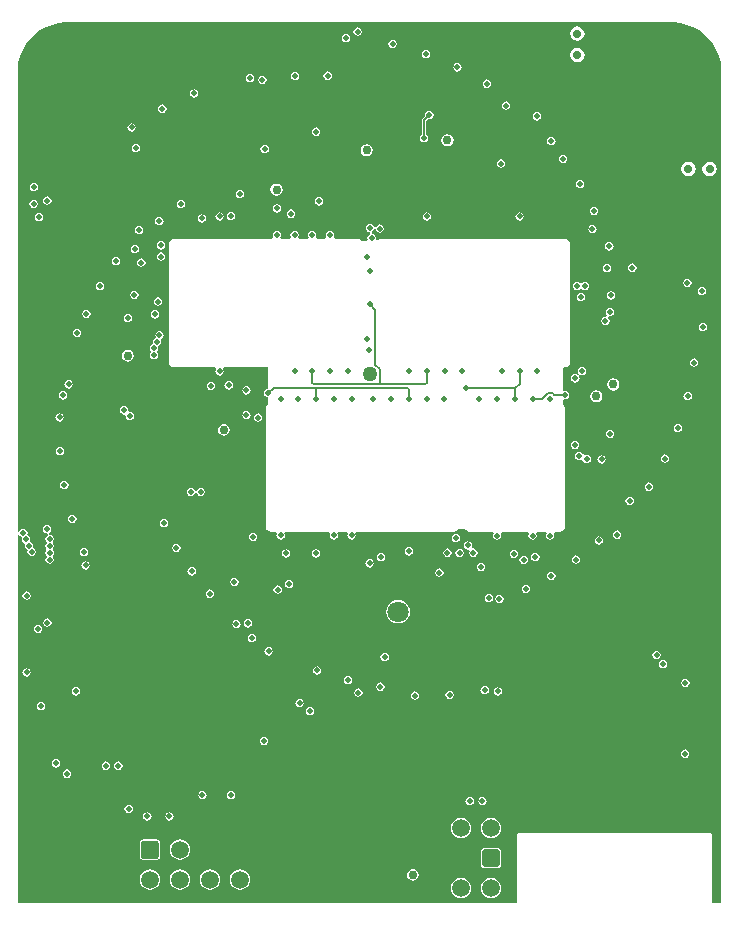
<source format=gbr>
%TF.GenerationSoftware,Altium Limited,Altium Designer,20.1.8 (145)*%
G04 Layer_Physical_Order=2*
G04 Layer_Color=10838552*
%FSLAX44Y44*%
%MOMM*%
%TF.SameCoordinates,3BEBD2D3-E5B3-4009-AA71-14EFD01F195C*%
%TF.FilePolarity,Positive*%
%TF.FileFunction,Copper,L2,Inr,Signal*%
%TF.Part,Single*%
G01*
G75*
%TA.AperFunction,Conductor*%
%ADD10C,0.1270*%
%TA.AperFunction,ComponentPad*%
%ADD47C,0.5600*%
G04:AMPARAMS|DCode=48|XSize=1.5mm|YSize=1.5mm|CornerRadius=0.1875mm|HoleSize=0mm|Usage=FLASHONLY|Rotation=0.000|XOffset=0mm|YOffset=0mm|HoleType=Round|Shape=RoundedRectangle|*
%AMROUNDEDRECTD48*
21,1,1.5000,1.1250,0,0,0.0*
21,1,1.1250,1.5000,0,0,0.0*
1,1,0.3750,0.5625,-0.5625*
1,1,0.3750,-0.5625,-0.5625*
1,1,0.3750,-0.5625,0.5625*
1,1,0.3750,0.5625,0.5625*
%
%ADD48ROUNDEDRECTD48*%
%ADD49C,1.5000*%
%ADD50O,1.9000X1.1000*%
%ADD51O,2.2000X1.1000*%
%ADD52C,0.7000*%
G04:AMPARAMS|DCode=53|XSize=1.5mm|YSize=1.5mm|CornerRadius=0.15mm|HoleSize=0mm|Usage=FLASHONLY|Rotation=180.000|XOffset=0mm|YOffset=0mm|HoleType=Round|Shape=RoundedRectangle|*
%AMROUNDEDRECTD53*
21,1,1.5000,1.2000,0,0,180.0*
21,1,1.2000,1.5000,0,0,180.0*
1,1,0.3000,-0.6000,0.6000*
1,1,0.3000,0.6000,0.6000*
1,1,0.3000,0.6000,-0.6000*
1,1,0.3000,-0.6000,-0.6000*
%
%ADD53ROUNDEDRECTD53*%
%TA.AperFunction,ViaPad*%
%ADD54C,0.4600*%
%ADD55C,0.7600*%
%ADD56C,1.8000*%
%ADD57C,4.0000*%
%ADD58C,1.2600*%
%TA.AperFunction,Conductor*%
%ADD59C,0.1524*%
%ADD60C,0.2032*%
G36*
X263399Y297226D02*
X268839Y295768D01*
X274042Y293613D01*
X278919Y290797D01*
X283387Y287369D01*
X287369Y283387D01*
X290797Y278919D01*
X293613Y274042D01*
X295768Y268839D01*
X297226Y263399D01*
X297961Y257816D01*
Y255000D01*
Y-447961D01*
X290008D01*
X289924Y-447835D01*
Y-390169D01*
X289602Y-389391D01*
X288824Y-389069D01*
X125746D01*
X124969Y-389391D01*
X124647Y-390169D01*
Y-447835D01*
X124563Y-447961D01*
X-297961D01*
Y-136170D01*
X-296437Y-136020D01*
X-296419Y-136112D01*
X-295645Y-137269D01*
X-294487Y-138043D01*
X-294316Y-139631D01*
X-294404Y-140076D01*
X-294133Y-141442D01*
X-293359Y-142600D01*
X-292201Y-143373D01*
X-292030Y-144961D01*
X-292118Y-145407D01*
X-291847Y-146772D01*
X-291073Y-147930D01*
X-290567Y-148268D01*
X-289434Y-149316D01*
X-289705Y-150681D01*
X-289434Y-152047D01*
X-288660Y-153204D01*
X-287502Y-153978D01*
X-286137Y-154250D01*
X-284771Y-153978D01*
X-283613Y-153204D01*
X-282840Y-152047D01*
X-282568Y-150681D01*
X-282840Y-149316D01*
X-283613Y-148158D01*
X-284119Y-147820D01*
X-285253Y-146772D01*
X-284981Y-145407D01*
X-285253Y-144041D01*
X-286026Y-142884D01*
X-287184Y-142110D01*
X-287356Y-140522D01*
X-287267Y-140076D01*
X-287539Y-138711D01*
X-288312Y-137553D01*
X-289470Y-136779D01*
X-289642Y-135191D01*
X-289553Y-134746D01*
X-289825Y-133380D01*
X-290598Y-132223D01*
X-291756Y-131449D01*
X-293122Y-131177D01*
X-294487Y-131449D01*
X-295645Y-132223D01*
X-296419Y-133380D01*
X-296437Y-133472D01*
X-297961Y-133322D01*
Y255000D01*
Y257816D01*
X-297226Y263399D01*
X-295768Y268839D01*
X-293613Y274042D01*
X-290797Y278919D01*
X-287369Y283387D01*
X-283387Y287369D01*
X-278919Y290797D01*
X-274042Y293613D01*
X-268839Y295768D01*
X-263399Y297226D01*
X-257816Y297961D01*
X257816D01*
X263399Y297226D01*
D02*
G37*
%LPC*%
G36*
X-10121Y293392D02*
X-11487Y293120D01*
X-12644Y292347D01*
X-13418Y291189D01*
X-13689Y289823D01*
X-13418Y288458D01*
X-12644Y287300D01*
X-11487Y286526D01*
X-10121Y286255D01*
X-8755Y286526D01*
X-7598Y287300D01*
X-6824Y288458D01*
X-6552Y289823D01*
X-6824Y291189D01*
X-7598Y292347D01*
X-8755Y293120D01*
X-10121Y293392D01*
D02*
G37*
G36*
X175950Y294119D02*
X173609Y293653D01*
X171624Y292327D01*
X170298Y290343D01*
X169833Y288001D01*
X170298Y285660D01*
X171624Y283676D01*
X173609Y282349D01*
X175950Y281884D01*
X178291Y282349D01*
X180276Y283676D01*
X181602Y285660D01*
X182068Y288001D01*
X181602Y290343D01*
X180276Y292327D01*
X178291Y293653D01*
X175950Y294119D01*
D02*
G37*
G36*
X-19881Y287874D02*
X-21246Y287603D01*
X-22404Y286829D01*
X-23177Y285671D01*
X-23449Y284306D01*
X-23177Y282940D01*
X-22404Y281782D01*
X-21246Y281009D01*
X-19881Y280737D01*
X-18515Y281009D01*
X-17357Y281782D01*
X-16584Y282940D01*
X-16312Y284306D01*
X-16584Y285671D01*
X-17357Y286829D01*
X-18515Y287603D01*
X-19881Y287874D01*
D02*
G37*
G36*
X19532Y282886D02*
X18166Y282615D01*
X17008Y281841D01*
X16235Y280683D01*
X15963Y279318D01*
X16235Y277952D01*
X17008Y276794D01*
X18166Y276021D01*
X19532Y275749D01*
X20897Y276021D01*
X22055Y276794D01*
X22829Y277952D01*
X23100Y279318D01*
X22829Y280683D01*
X22055Y281841D01*
X20897Y282615D01*
X19532Y282886D01*
D02*
G37*
G36*
X47753Y274391D02*
X46388Y274119D01*
X45230Y273345D01*
X44456Y272188D01*
X44185Y270822D01*
X44456Y269456D01*
X45230Y268299D01*
X46388Y267525D01*
X47753Y267253D01*
X49119Y267525D01*
X50277Y268299D01*
X51050Y269456D01*
X51322Y270822D01*
X51050Y272188D01*
X50277Y273345D01*
X49119Y274119D01*
X47753Y274391D01*
D02*
G37*
G36*
X175950Y276119D02*
X173609Y275653D01*
X171624Y274327D01*
X170298Y272342D01*
X169833Y270001D01*
X170298Y267660D01*
X171624Y265676D01*
X173609Y264349D01*
X175950Y263884D01*
X178291Y264349D01*
X180276Y265676D01*
X181602Y267660D01*
X182068Y270001D01*
X181602Y272342D01*
X180276Y274327D01*
X178291Y275653D01*
X175950Y276119D01*
D02*
G37*
G36*
X74422Y263109D02*
X73056Y262838D01*
X71899Y262064D01*
X71125Y260906D01*
X70854Y259541D01*
X71125Y258175D01*
X71899Y257017D01*
X73056Y256244D01*
X74422Y255972D01*
X75788Y256244D01*
X76945Y257017D01*
X77719Y258175D01*
X77991Y259541D01*
X77719Y260906D01*
X76945Y262064D01*
X75788Y262838D01*
X74422Y263109D01*
D02*
G37*
G36*
X-35489Y256087D02*
X-36855Y255815D01*
X-38012Y255042D01*
X-38786Y253884D01*
X-39058Y252518D01*
X-38786Y251153D01*
X-38012Y249995D01*
X-36855Y249221D01*
X-35489Y248950D01*
X-34123Y249221D01*
X-32966Y249995D01*
X-32192Y251153D01*
X-31921Y252518D01*
X-32192Y253884D01*
X-32966Y255042D01*
X-34123Y255815D01*
X-35489Y256087D01*
D02*
G37*
G36*
X-62900Y255845D02*
X-64265Y255574D01*
X-65423Y254800D01*
X-66197Y253642D01*
X-66468Y252277D01*
X-66197Y250911D01*
X-65423Y249753D01*
X-64265Y248980D01*
X-62900Y248708D01*
X-61534Y248980D01*
X-60376Y249753D01*
X-59603Y250911D01*
X-59331Y252277D01*
X-59603Y253642D01*
X-60376Y254800D01*
X-61534Y255574D01*
X-62900Y255845D01*
D02*
G37*
G36*
X-101144Y253908D02*
X-102509Y253636D01*
X-103667Y252863D01*
X-104441Y251705D01*
X-104712Y250340D01*
X-104441Y248974D01*
X-103667Y247816D01*
X-102509Y247043D01*
X-101144Y246771D01*
X-99778Y247043D01*
X-98620Y247816D01*
X-97847Y248974D01*
X-97575Y250340D01*
X-97847Y251705D01*
X-98620Y252863D01*
X-99778Y253636D01*
X-101144Y253908D01*
D02*
G37*
G36*
X-90635Y252587D02*
X-92001Y252315D01*
X-93159Y251542D01*
X-93932Y250384D01*
X-94204Y249018D01*
X-93932Y247653D01*
X-93159Y246495D01*
X-92001Y245721D01*
X-90635Y245450D01*
X-89270Y245721D01*
X-88112Y246495D01*
X-87338Y247653D01*
X-87067Y249018D01*
X-87338Y250384D01*
X-88112Y251542D01*
X-89270Y252315D01*
X-90635Y252587D01*
D02*
G37*
G36*
X99271Y249272D02*
X97905Y249000D01*
X96747Y248227D01*
X95974Y247069D01*
X95702Y245704D01*
X95974Y244338D01*
X96747Y243180D01*
X97905Y242407D01*
X99271Y242135D01*
X100636Y242407D01*
X101794Y243180D01*
X102568Y244338D01*
X102839Y245704D01*
X102568Y247069D01*
X101794Y248227D01*
X100636Y249000D01*
X99271Y249272D01*
D02*
G37*
G36*
X-148377Y241022D02*
X-149743Y240750D01*
X-150901Y239977D01*
X-151674Y238819D01*
X-151946Y237453D01*
X-151674Y236088D01*
X-150901Y234930D01*
X-149743Y234156D01*
X-148377Y233885D01*
X-147012Y234156D01*
X-145854Y234930D01*
X-145080Y236088D01*
X-144809Y237453D01*
X-145080Y238819D01*
X-145854Y239977D01*
X-147012Y240750D01*
X-148377Y241022D01*
D02*
G37*
G36*
X115767Y230775D02*
X114402Y230504D01*
X113244Y229730D01*
X112471Y228572D01*
X112199Y227207D01*
X112471Y225841D01*
X113244Y224683D01*
X114402Y223910D01*
X115767Y223638D01*
X117133Y223910D01*
X118291Y224683D01*
X119065Y225841D01*
X119336Y227207D01*
X119065Y228572D01*
X118291Y229730D01*
X117133Y230504D01*
X115767Y230775D01*
D02*
G37*
G36*
X-175463Y228151D02*
X-176829Y227880D01*
X-177987Y227106D01*
X-178760Y225949D01*
X-179032Y224583D01*
X-178760Y223217D01*
X-177987Y222060D01*
X-176829Y221286D01*
X-175463Y221014D01*
X-174098Y221286D01*
X-172940Y222060D01*
X-172167Y223217D01*
X-171895Y224583D01*
X-172167Y225949D01*
X-172940Y227106D01*
X-174098Y227880D01*
X-175463Y228151D01*
D02*
G37*
G36*
X50614Y222802D02*
X49248Y222530D01*
X48091Y221757D01*
X47317Y220599D01*
X47045Y219233D01*
X47212Y218395D01*
X44833Y216016D01*
X44440Y215428D01*
X44302Y214734D01*
Y202744D01*
X43592Y202269D01*
X42818Y201112D01*
X42546Y199746D01*
X42818Y198380D01*
X43592Y197222D01*
X44749Y196449D01*
X46115Y196177D01*
X47481Y196449D01*
X48638Y197222D01*
X49412Y198380D01*
X49683Y199746D01*
X49412Y201112D01*
X48638Y202269D01*
X47928Y202744D01*
Y213983D01*
X49776Y215831D01*
X50614Y215665D01*
X51980Y215936D01*
X53137Y216710D01*
X53911Y217868D01*
X54183Y219233D01*
X53911Y220599D01*
X53137Y221757D01*
X51980Y222530D01*
X50614Y222802D01*
D02*
G37*
G36*
X141606Y221623D02*
X140240Y221351D01*
X139083Y220578D01*
X138309Y219420D01*
X138038Y218054D01*
X138309Y216689D01*
X139083Y215531D01*
X140240Y214757D01*
X141606Y214486D01*
X142972Y214757D01*
X144129Y215531D01*
X144903Y216689D01*
X145175Y218054D01*
X144903Y219420D01*
X144129Y220578D01*
X142972Y221351D01*
X141606Y221623D01*
D02*
G37*
G36*
X-201451Y212177D02*
X-202816Y211905D01*
X-203974Y211132D01*
X-204748Y209974D01*
X-205019Y208608D01*
X-204748Y207243D01*
X-203974Y206085D01*
X-202816Y205312D01*
X-201451Y205040D01*
X-200085Y205312D01*
X-198927Y206085D01*
X-198154Y207243D01*
X-197882Y208608D01*
X-198154Y209974D01*
X-198927Y211132D01*
X-200085Y211905D01*
X-201451Y212177D01*
D02*
G37*
G36*
X-45139Y208660D02*
X-46504Y208388D01*
X-47662Y207615D01*
X-48436Y206457D01*
X-48707Y205091D01*
X-48436Y203726D01*
X-47662Y202568D01*
X-46504Y201794D01*
X-45139Y201523D01*
X-43773Y201794D01*
X-42615Y202568D01*
X-41842Y203726D01*
X-41570Y205091D01*
X-41842Y206457D01*
X-42615Y207615D01*
X-43773Y208388D01*
X-45139Y208660D01*
D02*
G37*
G36*
X153915Y200571D02*
X152550Y200299D01*
X151392Y199526D01*
X150618Y198368D01*
X150347Y197003D01*
X150618Y195637D01*
X151392Y194479D01*
X152550Y193706D01*
X153915Y193434D01*
X155281Y193706D01*
X156439Y194479D01*
X157212Y195637D01*
X157484Y197003D01*
X157212Y198368D01*
X156439Y199526D01*
X155281Y200299D01*
X153915Y200571D01*
D02*
G37*
G36*
X66009Y202873D02*
X64058Y202485D01*
X62404Y201380D01*
X61299Y199726D01*
X60911Y197775D01*
X61299Y195824D01*
X62404Y194171D01*
X64058Y193065D01*
X66009Y192677D01*
X67960Y193065D01*
X69614Y194171D01*
X70719Y195824D01*
X71107Y197775D01*
X70719Y199726D01*
X69614Y201380D01*
X67960Y202485D01*
X66009Y202873D01*
D02*
G37*
G36*
X-197818Y194600D02*
X-199184Y194328D01*
X-200342Y193554D01*
X-201115Y192397D01*
X-201387Y191031D01*
X-201115Y189665D01*
X-200342Y188508D01*
X-199184Y187734D01*
X-197818Y187462D01*
X-196453Y187734D01*
X-195295Y188508D01*
X-194521Y189665D01*
X-194250Y191031D01*
X-194521Y192397D01*
X-195295Y193554D01*
X-196453Y194328D01*
X-197818Y194600D01*
D02*
G37*
G36*
X-88750Y193893D02*
X-90115Y193622D01*
X-91273Y192848D01*
X-92047Y191690D01*
X-92318Y190325D01*
X-92047Y188959D01*
X-91273Y187801D01*
X-90115Y187028D01*
X-88750Y186756D01*
X-87384Y187028D01*
X-86227Y187801D01*
X-85453Y188959D01*
X-85181Y190325D01*
X-85453Y191690D01*
X-86227Y192848D01*
X-87384Y193622D01*
X-88750Y193893D01*
D02*
G37*
G36*
X-2530Y194295D02*
X-4481Y193907D01*
X-6135Y192802D01*
X-7240Y191148D01*
X-7628Y189197D01*
X-7240Y187246D01*
X-6135Y185592D01*
X-4481Y184487D01*
X-2530Y184099D01*
X-579Y184487D01*
X1075Y185592D01*
X2180Y187246D01*
X2568Y189197D01*
X2180Y191148D01*
X1075Y192802D01*
X-579Y193907D01*
X-2530Y194295D01*
D02*
G37*
G36*
X163937Y185639D02*
X162571Y185367D01*
X161414Y184594D01*
X160640Y183436D01*
X160368Y182071D01*
X160640Y180705D01*
X161414Y179547D01*
X162571Y178773D01*
X163937Y178502D01*
X165303Y178773D01*
X166460Y179547D01*
X167234Y180705D01*
X167505Y182071D01*
X167234Y183436D01*
X166460Y184594D01*
X165303Y185367D01*
X163937Y185639D01*
D02*
G37*
G36*
X111283Y181659D02*
X109917Y181387D01*
X108760Y180613D01*
X107986Y179456D01*
X107715Y178090D01*
X107986Y176724D01*
X108760Y175567D01*
X109917Y174793D01*
X111283Y174522D01*
X112649Y174793D01*
X113806Y175567D01*
X114580Y176724D01*
X114852Y178090D01*
X114580Y179456D01*
X113806Y180613D01*
X112649Y181387D01*
X111283Y181659D01*
D02*
G37*
G36*
X287981Y179565D02*
X285640Y179099D01*
X283655Y177773D01*
X282329Y175788D01*
X281863Y173447D01*
X282329Y171106D01*
X283655Y169121D01*
X285640Y167795D01*
X287981Y167330D01*
X290322Y167795D01*
X292306Y169121D01*
X293633Y171106D01*
X294098Y173447D01*
X293633Y175788D01*
X292306Y177773D01*
X290322Y179099D01*
X287981Y179565D01*
D02*
G37*
G36*
X269981D02*
X267640Y179099D01*
X265655Y177773D01*
X264329Y175788D01*
X263863Y173447D01*
X264329Y171106D01*
X265655Y169121D01*
X267640Y167795D01*
X269981Y167330D01*
X272322Y167795D01*
X274307Y169121D01*
X275633Y171106D01*
X276098Y173447D01*
X275633Y175788D01*
X274307Y177773D01*
X272322Y179099D01*
X269981Y179565D01*
D02*
G37*
G36*
X178355Y164160D02*
X176989Y163888D01*
X175831Y163115D01*
X175058Y161957D01*
X174786Y160591D01*
X175058Y159226D01*
X175831Y158068D01*
X176989Y157294D01*
X178355Y157023D01*
X179720Y157294D01*
X180878Y158068D01*
X181652Y159226D01*
X181923Y160591D01*
X181652Y161957D01*
X180878Y163115D01*
X179720Y163888D01*
X178355Y164160D01*
D02*
G37*
G36*
X-284290Y161834D02*
X-285655Y161562D01*
X-286813Y160788D01*
X-287587Y159631D01*
X-287858Y158265D01*
X-287587Y156899D01*
X-286813Y155742D01*
X-285655Y154968D01*
X-284290Y154697D01*
X-282924Y154968D01*
X-281766Y155742D01*
X-280993Y156899D01*
X-280721Y158265D01*
X-280993Y159631D01*
X-281766Y160788D01*
X-282924Y161562D01*
X-284290Y161834D01*
D02*
G37*
G36*
X-78760Y161088D02*
X-80710Y160700D01*
X-82364Y159595D01*
X-83469Y157941D01*
X-83857Y155990D01*
X-83469Y154039D01*
X-82364Y152386D01*
X-80710Y151280D01*
X-78760Y150892D01*
X-76809Y151280D01*
X-75155Y152386D01*
X-74050Y154039D01*
X-73662Y155990D01*
X-74050Y157941D01*
X-75155Y159595D01*
X-76809Y160700D01*
X-78760Y161088D01*
D02*
G37*
G36*
X-109774Y155710D02*
X-111140Y155439D01*
X-112297Y154665D01*
X-113071Y153507D01*
X-113343Y152142D01*
X-113071Y150776D01*
X-112297Y149618D01*
X-111140Y148845D01*
X-109774Y148573D01*
X-108408Y148845D01*
X-107251Y149618D01*
X-106477Y150776D01*
X-106205Y152142D01*
X-106477Y153507D01*
X-107251Y154665D01*
X-108408Y155439D01*
X-109774Y155710D01*
D02*
G37*
G36*
X-272796Y150340D02*
X-274161Y150068D01*
X-275319Y149295D01*
X-276093Y148137D01*
X-276364Y146771D01*
X-276093Y145406D01*
X-275319Y144248D01*
X-274161Y143474D01*
X-272796Y143202D01*
X-271430Y143474D01*
X-270272Y144248D01*
X-269499Y145406D01*
X-269227Y146771D01*
X-269499Y148137D01*
X-270272Y149295D01*
X-271430Y150068D01*
X-272796Y150340D01*
D02*
G37*
G36*
X-42660Y149669D02*
X-44026Y149397D01*
X-45183Y148624D01*
X-45957Y147466D01*
X-46229Y146101D01*
X-45957Y144735D01*
X-45183Y143577D01*
X-44026Y142804D01*
X-42660Y142532D01*
X-41294Y142804D01*
X-40137Y143577D01*
X-39363Y144735D01*
X-39091Y146101D01*
X-39363Y147466D01*
X-40137Y148624D01*
X-41294Y149397D01*
X-42660Y149669D01*
D02*
G37*
G36*
X-284479Y147569D02*
X-285844Y147297D01*
X-287002Y146523D01*
X-287776Y145366D01*
X-288047Y144000D01*
X-287776Y142634D01*
X-287002Y141477D01*
X-285844Y140703D01*
X-284479Y140431D01*
X-283113Y140703D01*
X-281955Y141477D01*
X-281182Y142634D01*
X-280910Y144000D01*
X-281182Y145366D01*
X-281955Y146523D01*
X-283113Y147297D01*
X-284479Y147569D01*
D02*
G37*
G36*
X-159776Y147432D02*
X-161142Y147160D01*
X-162299Y146386D01*
X-163073Y145229D01*
X-163345Y143863D01*
X-163073Y142498D01*
X-162299Y141340D01*
X-161142Y140566D01*
X-159776Y140295D01*
X-158411Y140566D01*
X-157253Y141340D01*
X-156479Y142498D01*
X-156208Y143863D01*
X-156479Y145229D01*
X-157253Y146386D01*
X-158411Y147160D01*
X-159776Y147432D01*
D02*
G37*
G36*
X-78269Y143668D02*
X-79634Y143397D01*
X-80792Y142623D01*
X-81566Y141465D01*
X-81837Y140100D01*
X-81566Y138734D01*
X-80792Y137576D01*
X-79634Y136803D01*
X-78269Y136531D01*
X-76903Y136803D01*
X-75745Y137576D01*
X-74972Y138734D01*
X-74700Y140100D01*
X-74972Y141465D01*
X-75745Y142623D01*
X-76903Y143397D01*
X-78269Y143668D01*
D02*
G37*
G36*
X190119Y141698D02*
X188753Y141426D01*
X187596Y140653D01*
X186822Y139495D01*
X186550Y138130D01*
X186822Y136764D01*
X187596Y135606D01*
X188753Y134833D01*
X190119Y134561D01*
X191485Y134833D01*
X192642Y135606D01*
X193416Y136764D01*
X193687Y138130D01*
X193416Y139495D01*
X192642Y140653D01*
X191485Y141426D01*
X190119Y141698D01*
D02*
G37*
G36*
X-66393Y139225D02*
X-67758Y138954D01*
X-68916Y138180D01*
X-69690Y137022D01*
X-69961Y135657D01*
X-69690Y134291D01*
X-68916Y133133D01*
X-67758Y132360D01*
X-66393Y132088D01*
X-65027Y132360D01*
X-63869Y133133D01*
X-63096Y134291D01*
X-62824Y135657D01*
X-63096Y137022D01*
X-63869Y138180D01*
X-65027Y138954D01*
X-66393Y139225D01*
D02*
G37*
G36*
X-117486Y137022D02*
X-118852Y136750D01*
X-120009Y135977D01*
X-120783Y134819D01*
X-121055Y133453D01*
X-120783Y132088D01*
X-120009Y130930D01*
X-118852Y130156D01*
X-117486Y129885D01*
X-116121Y130156D01*
X-114963Y130930D01*
X-114189Y132088D01*
X-113918Y133453D01*
X-114189Y134819D01*
X-114963Y135977D01*
X-116121Y136750D01*
X-117486Y137022D01*
D02*
G37*
G36*
X127000Y136824D02*
X125634Y136553D01*
X124477Y135779D01*
X123703Y134621D01*
X123431Y133256D01*
X123703Y131890D01*
X124477Y130732D01*
X125634Y129959D01*
X127000Y129687D01*
X128366Y129959D01*
X129523Y130732D01*
X130297Y131890D01*
X130569Y133256D01*
X130297Y134621D01*
X129523Y135779D01*
X128366Y136553D01*
X127000Y136824D01*
D02*
G37*
G36*
X48500D02*
X47134Y136553D01*
X45977Y135779D01*
X45203Y134621D01*
X44931Y133256D01*
X45203Y131890D01*
X45977Y130732D01*
X47134Y129959D01*
X48500Y129687D01*
X49866Y129959D01*
X51023Y130732D01*
X51797Y131890D01*
X52069Y133256D01*
X51797Y134621D01*
X51023Y135779D01*
X49866Y136553D01*
X48500Y136824D01*
D02*
G37*
G36*
X-127000D02*
X-128366Y136553D01*
X-129523Y135779D01*
X-130297Y134621D01*
X-130569Y133256D01*
X-130297Y131890D01*
X-129523Y130732D01*
X-128366Y129959D01*
X-127000Y129687D01*
X-125634Y129959D01*
X-124477Y130732D01*
X-123703Y131890D01*
X-123431Y133256D01*
X-123703Y134621D01*
X-124477Y135779D01*
X-125634Y136553D01*
X-127000Y136824D01*
D02*
G37*
G36*
X-279780Y136241D02*
X-281145Y135969D01*
X-282303Y135196D01*
X-283077Y134038D01*
X-283348Y132672D01*
X-283077Y131307D01*
X-282303Y130149D01*
X-281145Y129375D01*
X-279780Y129104D01*
X-278414Y129375D01*
X-277256Y130149D01*
X-276483Y131307D01*
X-276211Y132672D01*
X-276483Y134038D01*
X-277256Y135196D01*
X-278414Y135969D01*
X-279780Y136241D01*
D02*
G37*
G36*
X-142000Y135196D02*
X-143366Y134925D01*
X-144523Y134151D01*
X-145297Y132993D01*
X-145569Y131628D01*
X-145297Y130262D01*
X-144523Y129104D01*
X-143366Y128331D01*
X-142000Y128059D01*
X-140634Y128331D01*
X-139477Y129104D01*
X-138703Y130262D01*
X-138431Y131628D01*
X-138703Y132993D01*
X-139477Y134151D01*
X-140634Y134925D01*
X-142000Y135196D01*
D02*
G37*
G36*
X-177984Y132881D02*
X-179349Y132610D01*
X-180507Y131836D01*
X-181281Y130678D01*
X-181552Y129313D01*
X-181281Y127947D01*
X-180507Y126789D01*
X-179349Y126016D01*
X-177984Y125744D01*
X-176618Y126016D01*
X-175460Y126789D01*
X-174687Y127947D01*
X-174415Y129313D01*
X-174687Y130678D01*
X-175460Y131836D01*
X-176618Y132610D01*
X-177984Y132881D01*
D02*
G37*
G36*
X235Y127225D02*
X-1131Y126953D01*
X-2288Y126180D01*
X-3062Y125022D01*
X-3334Y123656D01*
X-3062Y122290D01*
X-2288Y121133D01*
X-1131Y120359D01*
X-8Y120136D01*
X276Y118988D01*
X289Y118641D01*
X-806Y117909D01*
X-1579Y116752D01*
X-1851Y115386D01*
X-1579Y114021D01*
X-2396Y112499D01*
X-6699D01*
X-6939Y112858D01*
X-7642Y113561D01*
X-8303Y114003D01*
X-8304Y114003D01*
X-9222Y114384D01*
X-10003Y114539D01*
X-29650D01*
X-30464Y116063D01*
X-30203Y116454D01*
X-29931Y117820D01*
X-30203Y119186D01*
X-30977Y120343D01*
X-32134Y121117D01*
X-33500Y121389D01*
X-34866Y121117D01*
X-36023Y120343D01*
X-36797Y119186D01*
X-37069Y117820D01*
X-36797Y116454D01*
X-36535Y116063D01*
X-37350Y114539D01*
X-44650D01*
X-45465Y116063D01*
X-45203Y116454D01*
X-44931Y117820D01*
X-45203Y119186D01*
X-45977Y120343D01*
X-47134Y121117D01*
X-48500Y121389D01*
X-49866Y121117D01*
X-51023Y120343D01*
X-51797Y119186D01*
X-52069Y117820D01*
X-51797Y116454D01*
X-51536Y116063D01*
X-52350Y114539D01*
X-59650D01*
X-60465Y116063D01*
X-60203Y116454D01*
X-59931Y117820D01*
X-60203Y119186D01*
X-60977Y120343D01*
X-62134Y121117D01*
X-63500Y121389D01*
X-64866Y121117D01*
X-66023Y120343D01*
X-66797Y119186D01*
X-67069Y117820D01*
X-66797Y116454D01*
X-66536Y116063D01*
X-67350Y114539D01*
X-74650D01*
X-75465Y116063D01*
X-75203Y116454D01*
X-74931Y117820D01*
X-75203Y119186D01*
X-75977Y120343D01*
X-77134Y121117D01*
X-78500Y121389D01*
X-79866Y121117D01*
X-81023Y120343D01*
X-81797Y119186D01*
X-82069Y117820D01*
X-81797Y116454D01*
X-81536Y116063D01*
X-82350Y114539D01*
X-165497D01*
X-166278Y114384D01*
X-167197Y114003D01*
X-167858Y113561D01*
X-168561Y112858D01*
X-169003Y112197D01*
X-169384Y111278D01*
X-169539Y110497D01*
Y110000D01*
Y10000D01*
Y9503D01*
X-169384Y8722D01*
X-169003Y7804D01*
X-168561Y7142D01*
X-168561Y7142D01*
X-167858Y6439D01*
X-167197Y5997D01*
X-166278Y5616D01*
X-165497Y5461D01*
X-130850D01*
X-130036Y3937D01*
X-130297Y3546D01*
X-130569Y2180D01*
X-130297Y814D01*
X-129523Y-343D01*
X-128366Y-1117D01*
X-127000Y-1389D01*
X-125634Y-1117D01*
X-124477Y-343D01*
X-123703Y814D01*
X-123431Y2180D01*
X-123703Y3546D01*
X-123964Y3937D01*
X-123150Y5461D01*
X-85750D01*
Y-12681D01*
X-87115Y-12953D01*
X-88273Y-13726D01*
X-89047Y-14884D01*
X-89318Y-16250D01*
X-89047Y-17615D01*
X-88273Y-18773D01*
X-87115Y-19547D01*
X-85750Y-19818D01*
Y-25200D01*
X-86108Y-25439D01*
X-86811Y-26142D01*
X-87253Y-26804D01*
X-87634Y-27722D01*
X-87789Y-28503D01*
Y-29000D01*
Y-129000D01*
Y-129497D01*
X-87634Y-130278D01*
X-87253Y-131196D01*
X-86811Y-131858D01*
X-86811Y-131858D01*
X-86108Y-132561D01*
X-85447Y-133003D01*
X-84528Y-133384D01*
X-83747Y-133539D01*
X-79100D01*
X-78286Y-135063D01*
X-78547Y-135454D01*
X-78819Y-136820D01*
X-78547Y-138186D01*
X-77773Y-139343D01*
X-76616Y-140117D01*
X-75250Y-140388D01*
X-73884Y-140117D01*
X-72727Y-139343D01*
X-71953Y-138186D01*
X-71681Y-136820D01*
X-71953Y-135454D01*
X-72214Y-135063D01*
X-71400Y-133539D01*
X-34100D01*
X-33286Y-135063D01*
X-33547Y-135454D01*
X-33819Y-136820D01*
X-33547Y-138186D01*
X-32773Y-139343D01*
X-31616Y-140117D01*
X-30250Y-140388D01*
X-28884Y-140117D01*
X-27727Y-139343D01*
X-26953Y-138186D01*
X-26681Y-136820D01*
X-26953Y-135454D01*
X-27214Y-135063D01*
X-26400Y-133539D01*
X-19100D01*
X-18286Y-135063D01*
X-18547Y-135454D01*
X-18819Y-136820D01*
X-18547Y-138186D01*
X-17773Y-139343D01*
X-16616Y-140117D01*
X-15250Y-140388D01*
X-13884Y-140117D01*
X-12727Y-139343D01*
X-11953Y-138186D01*
X-11681Y-136820D01*
X-11953Y-135454D01*
X-12214Y-135063D01*
X-11400Y-133539D01*
X71747D01*
X72528Y-133384D01*
X73446Y-133003D01*
X74108Y-132561D01*
X74108Y-132561D01*
X74811Y-131858D01*
X75050Y-131501D01*
X81200Y-131501D01*
X81439Y-131858D01*
X81439Y-131858D01*
X82142Y-132561D01*
X82803Y-133003D01*
X83722Y-133384D01*
X84503Y-133539D01*
X104195D01*
X105010Y-135063D01*
X104703Y-135522D01*
X104431Y-136888D01*
X104703Y-138254D01*
X105477Y-139411D01*
X106634Y-140185D01*
X108000Y-140457D01*
X109366Y-140185D01*
X110523Y-139411D01*
X111297Y-138254D01*
X111569Y-136888D01*
X111297Y-135522D01*
X110990Y-135063D01*
X111805Y-133539D01*
X134195D01*
X135010Y-135063D01*
X134703Y-135522D01*
X134431Y-136888D01*
X134703Y-138254D01*
X135477Y-139411D01*
X136634Y-140185D01*
X138000Y-140457D01*
X139366Y-140185D01*
X140523Y-139411D01*
X141297Y-138254D01*
X141569Y-136888D01*
X141297Y-135522D01*
X140990Y-135063D01*
X141805Y-133539D01*
X149195D01*
X150010Y-135063D01*
X149703Y-135522D01*
X149431Y-136888D01*
X149703Y-138254D01*
X150477Y-139411D01*
X151634Y-140185D01*
X153000Y-140457D01*
X154366Y-140185D01*
X155523Y-139411D01*
X156297Y-138254D01*
X156569Y-136888D01*
X156297Y-135522D01*
X155990Y-135063D01*
X156805Y-133539D01*
X161497D01*
X162278Y-133384D01*
X163197Y-133003D01*
X163858Y-132561D01*
X163858Y-132561D01*
X164561Y-131858D01*
X165003Y-131196D01*
X165003Y-131196D01*
X165384Y-130278D01*
X165539Y-129497D01*
Y-129000D01*
Y-29000D01*
Y-28503D01*
X165384Y-27722D01*
X165003Y-26804D01*
X164561Y-26142D01*
X163858Y-25439D01*
X163499Y-25199D01*
X163499Y-22378D01*
X165023Y-21312D01*
X165556Y-21418D01*
X166922Y-21147D01*
X168079Y-20373D01*
X168853Y-19215D01*
X169125Y-17850D01*
X168853Y-16484D01*
X168079Y-15326D01*
X166922Y-14553D01*
X165556Y-14281D01*
X165023Y-14387D01*
X163499Y-13322D01*
X163498Y4144D01*
X164815Y5461D01*
X165497D01*
X166278Y5616D01*
X167197Y5997D01*
X167858Y6439D01*
X167858Y6439D01*
X168561Y7142D01*
X169003Y7804D01*
X169003Y7804D01*
X169384Y8722D01*
X169539Y9503D01*
Y10000D01*
Y110000D01*
Y110497D01*
X169384Y111278D01*
X169003Y112197D01*
X168561Y112858D01*
X167858Y113561D01*
X167197Y114003D01*
X167196Y114003D01*
X166278Y114384D01*
X165497Y114539D01*
X10003D01*
X9222Y114384D01*
X8303Y114003D01*
X7642Y113561D01*
X7185Y113105D01*
X6091Y113097D01*
X5050Y114200D01*
X5286Y115386D01*
X5014Y116752D01*
X4241Y117909D01*
X3083Y118683D01*
X1961Y118906D01*
X1676Y120054D01*
X1663Y120401D01*
X2758Y121133D01*
X3532Y122290D01*
X3536Y122310D01*
X5090D01*
X5208Y121714D01*
X5982Y120557D01*
X7139Y119783D01*
X8505Y119511D01*
X9871Y119783D01*
X11028Y120557D01*
X11802Y121714D01*
X12074Y123080D01*
X11802Y124446D01*
X11028Y125603D01*
X9871Y126377D01*
X8505Y126649D01*
X7139Y126377D01*
X5982Y125603D01*
X5208Y124446D01*
X5204Y124426D01*
X3650D01*
X3532Y125022D01*
X2758Y126180D01*
X1601Y126953D01*
X235Y127225D01*
D02*
G37*
G36*
X188701Y126112D02*
X187335Y125841D01*
X186178Y125067D01*
X185404Y123909D01*
X185132Y122544D01*
X185404Y121178D01*
X186178Y120020D01*
X187335Y119247D01*
X188701Y118975D01*
X190067Y119247D01*
X191224Y120020D01*
X191998Y121178D01*
X192269Y122544D01*
X191998Y123909D01*
X191224Y125067D01*
X190067Y125841D01*
X188701Y126112D01*
D02*
G37*
G36*
X-195051Y125450D02*
X-196417Y125178D01*
X-197574Y124405D01*
X-198348Y123247D01*
X-198620Y121881D01*
X-198348Y120516D01*
X-197574Y119358D01*
X-196417Y118584D01*
X-195051Y118313D01*
X-193685Y118584D01*
X-192528Y119358D01*
X-191754Y120516D01*
X-191482Y121881D01*
X-191754Y123247D01*
X-192528Y124405D01*
X-193685Y125178D01*
X-195051Y125450D01*
D02*
G37*
G36*
X-176548Y112431D02*
X-177914Y112160D01*
X-179071Y111386D01*
X-179845Y110228D01*
X-180117Y108863D01*
X-179845Y107497D01*
X-179071Y106339D01*
X-177914Y105566D01*
X-176548Y105294D01*
X-175182Y105566D01*
X-174025Y106339D01*
X-173251Y107497D01*
X-172979Y108863D01*
X-173251Y110228D01*
X-174025Y111386D01*
X-175182Y112160D01*
X-176548Y112431D01*
D02*
G37*
G36*
X203078Y111547D02*
X201712Y111275D01*
X200555Y110502D01*
X199781Y109344D01*
X199509Y107978D01*
X199781Y106613D01*
X200555Y105455D01*
X201712Y104682D01*
X203078Y104410D01*
X204444Y104682D01*
X205601Y105455D01*
X206375Y106613D01*
X206646Y107978D01*
X206375Y109344D01*
X205601Y110502D01*
X204444Y111275D01*
X203078Y111547D01*
D02*
G37*
G36*
X-198663Y109200D02*
X-200029Y108928D01*
X-201187Y108154D01*
X-201960Y106997D01*
X-202232Y105631D01*
X-201960Y104265D01*
X-201187Y103108D01*
X-200029Y102334D01*
X-198663Y102063D01*
X-197298Y102334D01*
X-196140Y103108D01*
X-195366Y104265D01*
X-195095Y105631D01*
X-195366Y106997D01*
X-196140Y108154D01*
X-197298Y108928D01*
X-198663Y109200D01*
D02*
G37*
G36*
X-176548Y102907D02*
X-177914Y102636D01*
X-179071Y101862D01*
X-179845Y100704D01*
X-180117Y99339D01*
X-179845Y97973D01*
X-179071Y96815D01*
X-177914Y96042D01*
X-176548Y95770D01*
X-175182Y96042D01*
X-174025Y96815D01*
X-173251Y97973D01*
X-172979Y99339D01*
X-173251Y100704D01*
X-174025Y101862D01*
X-175182Y102636D01*
X-176548Y102907D01*
D02*
G37*
G36*
X-214683Y99152D02*
X-216049Y98880D01*
X-217206Y98106D01*
X-217980Y96949D01*
X-218252Y95583D01*
X-217980Y94218D01*
X-217206Y93060D01*
X-216049Y92286D01*
X-214683Y92015D01*
X-213318Y92286D01*
X-212160Y93060D01*
X-211386Y94218D01*
X-211115Y95583D01*
X-211386Y96949D01*
X-212160Y98106D01*
X-213318Y98880D01*
X-214683Y99152D01*
D02*
G37*
G36*
X-193241Y97818D02*
X-194606Y97547D01*
X-195764Y96773D01*
X-196538Y95615D01*
X-196809Y94250D01*
X-196538Y92884D01*
X-195764Y91726D01*
X-194606Y90953D01*
X-193241Y90681D01*
X-191875Y90953D01*
X-190717Y91726D01*
X-189944Y92884D01*
X-189672Y94250D01*
X-189944Y95615D01*
X-190717Y96773D01*
X-191875Y97547D01*
X-193241Y97818D01*
D02*
G37*
G36*
X222524Y93474D02*
X221158Y93202D01*
X220001Y92429D01*
X219227Y91271D01*
X218955Y89906D01*
X219227Y88540D01*
X220001Y87382D01*
X221158Y86609D01*
X222524Y86337D01*
X223890Y86609D01*
X225047Y87382D01*
X225821Y88540D01*
X226093Y89906D01*
X225821Y91271D01*
X225047Y92429D01*
X223890Y93202D01*
X222524Y93474D01*
D02*
G37*
G36*
X200980Y93051D02*
X199614Y92779D01*
X198457Y92005D01*
X197683Y90848D01*
X197411Y89482D01*
X197683Y88116D01*
X198457Y86959D01*
X199614Y86185D01*
X200980Y85913D01*
X202346Y86185D01*
X203503Y86959D01*
X204277Y88116D01*
X204549Y89482D01*
X204277Y90848D01*
X203503Y92005D01*
X202346Y92779D01*
X200980Y93051D01*
D02*
G37*
G36*
X182394Y78096D02*
X181028Y77824D01*
X179871Y77051D01*
X178117D01*
X176960Y77824D01*
X175594Y78096D01*
X174228Y77824D01*
X173071Y77051D01*
X172297Y75893D01*
X172025Y74527D01*
X172297Y73162D01*
X173071Y72004D01*
X174228Y71230D01*
X175594Y70959D01*
X176960Y71230D01*
X178117Y72004D01*
X179871D01*
X181028Y71230D01*
X182394Y70959D01*
X183760Y71230D01*
X184917Y72004D01*
X185691Y73162D01*
X185963Y74527D01*
X185691Y75893D01*
X184917Y77051D01*
X183760Y77824D01*
X182394Y78096D01*
D02*
G37*
G36*
X269153Y80747D02*
X267787Y80475D01*
X266630Y79702D01*
X265856Y78544D01*
X265585Y77178D01*
X265856Y75813D01*
X266630Y74655D01*
X267787Y73882D01*
X269153Y73610D01*
X270519Y73882D01*
X271677Y74655D01*
X272450Y75813D01*
X272722Y77178D01*
X272450Y78544D01*
X271677Y79702D01*
X270519Y80475D01*
X269153Y80747D01*
D02*
G37*
G36*
X-228253Y77733D02*
X-229619Y77461D01*
X-230777Y76687D01*
X-231550Y75530D01*
X-231822Y74164D01*
X-231550Y72798D01*
X-230777Y71641D01*
X-229619Y70867D01*
X-228253Y70595D01*
X-226888Y70867D01*
X-225730Y71641D01*
X-224957Y72798D01*
X-224685Y74164D01*
X-224957Y75530D01*
X-225730Y76687D01*
X-226888Y77461D01*
X-228253Y77733D01*
D02*
G37*
G36*
X281386Y73726D02*
X280020Y73454D01*
X278862Y72681D01*
X278089Y71523D01*
X277817Y70157D01*
X278089Y68792D01*
X278862Y67634D01*
X280020Y66860D01*
X281386Y66589D01*
X282751Y66860D01*
X283909Y67634D01*
X284683Y68792D01*
X284954Y70157D01*
X284683Y71523D01*
X283909Y72681D01*
X282751Y73454D01*
X281386Y73726D01*
D02*
G37*
G36*
X-199061Y70463D02*
X-200426Y70191D01*
X-201584Y69418D01*
X-202358Y68260D01*
X-202629Y66894D01*
X-202358Y65528D01*
X-201584Y64371D01*
X-200426Y63597D01*
X-199061Y63326D01*
X-197695Y63597D01*
X-196537Y64371D01*
X-195764Y65528D01*
X-195492Y66894D01*
X-195764Y68260D01*
X-196537Y69418D01*
X-197695Y70191D01*
X-199061Y70463D01*
D02*
G37*
G36*
X204477Y70007D02*
X203111Y69736D01*
X201954Y68962D01*
X201180Y67804D01*
X200909Y66439D01*
X201180Y65073D01*
X201954Y63915D01*
X203111Y63142D01*
X204477Y62870D01*
X205843Y63142D01*
X207001Y63915D01*
X207774Y65073D01*
X208046Y66439D01*
X207774Y67804D01*
X207001Y68962D01*
X205843Y69736D01*
X204477Y70007D01*
D02*
G37*
G36*
X178834Y68744D02*
X177468Y68472D01*
X176311Y67698D01*
X175537Y66541D01*
X175265Y65175D01*
X175537Y63809D01*
X176311Y62652D01*
X177468Y61878D01*
X178834Y61606D01*
X180200Y61878D01*
X181357Y62652D01*
X182131Y63809D01*
X182403Y65175D01*
X182131Y66541D01*
X181357Y67698D01*
X180200Y68472D01*
X178834Y68744D01*
D02*
G37*
G36*
X-179096Y64783D02*
X-180462Y64512D01*
X-181619Y63738D01*
X-182393Y62580D01*
X-182665Y61215D01*
X-182393Y59849D01*
X-181619Y58691D01*
X-180462Y57918D01*
X-179096Y57646D01*
X-177730Y57918D01*
X-176573Y58691D01*
X-175799Y59849D01*
X-175527Y61215D01*
X-175799Y62580D01*
X-176573Y63738D01*
X-177730Y64512D01*
X-179096Y64783D01*
D02*
G37*
G36*
X203378Y55887D02*
X202013Y55615D01*
X200855Y54842D01*
X200082Y53684D01*
X199810Y52318D01*
X200082Y50953D01*
X200855Y49795D01*
X201145Y49601D01*
X200551Y48165D01*
X199767Y48321D01*
X198401Y48050D01*
X197243Y47276D01*
X196470Y46118D01*
X196198Y44753D01*
X196470Y43387D01*
X197243Y42229D01*
X198401Y41456D01*
X199767Y41184D01*
X201132Y41456D01*
X202290Y42229D01*
X203064Y43387D01*
X203335Y44753D01*
X203064Y46118D01*
X202290Y47276D01*
X201999Y47470D01*
X202594Y48906D01*
X203378Y48750D01*
X204744Y49021D01*
X205902Y49795D01*
X206675Y50953D01*
X206947Y52318D01*
X206675Y53684D01*
X205902Y54842D01*
X204744Y55615D01*
X203378Y55887D01*
D02*
G37*
G36*
X-239646Y54507D02*
X-241012Y54235D01*
X-242169Y53462D01*
X-242943Y52304D01*
X-243215Y50938D01*
X-242943Y49573D01*
X-242169Y48415D01*
X-241012Y47641D01*
X-239646Y47370D01*
X-238281Y47641D01*
X-237123Y48415D01*
X-236349Y49573D01*
X-236077Y50938D01*
X-236349Y52304D01*
X-237123Y53462D01*
X-238281Y54235D01*
X-239646Y54507D01*
D02*
G37*
G36*
X-181636Y53973D02*
X-183002Y53702D01*
X-184159Y52928D01*
X-184933Y51770D01*
X-185205Y50405D01*
X-184933Y49039D01*
X-184159Y47881D01*
X-183002Y47108D01*
X-181636Y46836D01*
X-180270Y47108D01*
X-179113Y47881D01*
X-178339Y49039D01*
X-178067Y50405D01*
X-178339Y51770D01*
X-179113Y52928D01*
X-180270Y53702D01*
X-181636Y53973D01*
D02*
G37*
G36*
X-204618Y50808D02*
X-205983Y50537D01*
X-207141Y49763D01*
X-207915Y48605D01*
X-208186Y47240D01*
X-207915Y45874D01*
X-207141Y44716D01*
X-205983Y43943D01*
X-204618Y43671D01*
X-203252Y43943D01*
X-202094Y44716D01*
X-201321Y45874D01*
X-201049Y47240D01*
X-201321Y48605D01*
X-202094Y49763D01*
X-203252Y50537D01*
X-204618Y50808D01*
D02*
G37*
G36*
X282226Y43233D02*
X280861Y42961D01*
X279703Y42188D01*
X278929Y41030D01*
X278658Y39664D01*
X278929Y38299D01*
X279703Y37141D01*
X280861Y36367D01*
X282226Y36096D01*
X283592Y36367D01*
X284750Y37141D01*
X285523Y38299D01*
X285795Y39664D01*
X285523Y41030D01*
X284750Y42188D01*
X283592Y42961D01*
X282226Y43233D01*
D02*
G37*
G36*
X-247567Y38362D02*
X-248932Y38090D01*
X-250090Y37317D01*
X-250864Y36159D01*
X-251136Y34793D01*
X-250864Y33428D01*
X-250090Y32270D01*
X-248932Y31496D01*
X-247567Y31225D01*
X-246201Y31496D01*
X-245044Y32270D01*
X-244270Y33428D01*
X-243998Y34793D01*
X-244270Y36159D01*
X-245044Y37317D01*
X-246201Y38090D01*
X-247567Y38362D01*
D02*
G37*
G36*
X-177826Y36193D02*
X-179192Y35921D01*
X-180349Y35147D01*
X-181123Y33990D01*
X-181395Y32624D01*
X-181123Y31258D01*
X-181393Y30607D01*
X-181478Y30590D01*
X-182635Y29817D01*
X-183409Y28659D01*
X-183681Y27293D01*
X-183409Y25928D01*
X-184122Y24678D01*
X-184921Y24144D01*
X-185695Y22986D01*
X-185967Y21621D01*
X-185695Y20255D01*
X-184921Y19097D01*
Y18344D01*
X-185695Y17186D01*
X-185967Y15820D01*
X-185695Y14455D01*
X-184921Y13297D01*
X-183764Y12524D01*
X-182398Y12252D01*
X-181032Y12524D01*
X-179875Y13297D01*
X-179101Y14455D01*
X-178829Y15820D01*
X-179101Y17186D01*
X-179875Y18344D01*
Y19097D01*
X-179101Y20255D01*
X-178829Y21621D01*
X-179101Y22986D01*
X-178388Y24236D01*
X-177589Y24770D01*
X-176815Y25928D01*
X-176543Y27293D01*
X-176815Y28659D01*
X-176545Y29310D01*
X-176460Y29327D01*
X-175303Y30101D01*
X-174529Y31258D01*
X-174257Y32624D01*
X-174529Y33990D01*
X-175303Y35147D01*
X-176460Y35921D01*
X-177826Y36193D01*
D02*
G37*
G36*
X-204626Y20564D02*
X-206577Y20176D01*
X-208231Y19071D01*
X-209336Y17417D01*
X-209724Y15466D01*
X-209336Y13515D01*
X-208231Y11861D01*
X-206577Y10756D01*
X-204626Y10368D01*
X-202675Y10756D01*
X-201021Y11861D01*
X-199916Y13515D01*
X-199528Y15466D01*
X-199916Y17417D01*
X-201021Y19071D01*
X-202675Y20176D01*
X-204626Y20564D01*
D02*
G37*
G36*
X274832Y13166D02*
X273467Y12894D01*
X272309Y12121D01*
X271535Y10963D01*
X271264Y9597D01*
X271535Y8232D01*
X272309Y7074D01*
X273467Y6300D01*
X274832Y6029D01*
X276198Y6300D01*
X277356Y7074D01*
X278129Y8232D01*
X278401Y9597D01*
X278129Y10963D01*
X277356Y12121D01*
X276198Y12894D01*
X274832Y13166D01*
D02*
G37*
G36*
X180122Y5976D02*
X178757Y5705D01*
X177599Y4931D01*
X176826Y3774D01*
X176554Y2408D01*
X176826Y1042D01*
X177377Y217D01*
X176278Y-882D01*
X175648Y-461D01*
X174282Y-189D01*
X172917Y-461D01*
X171759Y-1234D01*
X170985Y-2392D01*
X170714Y-3758D01*
X170985Y-5123D01*
X171759Y-6281D01*
X172917Y-7055D01*
X174282Y-7326D01*
X175648Y-7055D01*
X176806Y-6281D01*
X177579Y-5123D01*
X177851Y-3758D01*
X177579Y-2392D01*
X177028Y-1567D01*
X178127Y-468D01*
X178757Y-889D01*
X180122Y-1161D01*
X181488Y-889D01*
X182646Y-115D01*
X183419Y1042D01*
X183691Y2408D01*
X183419Y3774D01*
X182646Y4931D01*
X181488Y5705D01*
X180122Y5976D01*
D02*
G37*
G36*
X-254845Y-5331D02*
X-256210Y-5602D01*
X-257368Y-6376D01*
X-258141Y-7534D01*
X-258413Y-8899D01*
X-258141Y-10265D01*
X-257368Y-11423D01*
X-256210Y-12196D01*
X-254845Y-12468D01*
X-253479Y-12196D01*
X-252321Y-11423D01*
X-251548Y-10265D01*
X-251276Y-8899D01*
X-251548Y-7534D01*
X-252321Y-6376D01*
X-253479Y-5602D01*
X-254845Y-5331D01*
D02*
G37*
G36*
X-119284Y-6177D02*
X-120650Y-6449D01*
X-121807Y-7222D01*
X-122581Y-8380D01*
X-122853Y-9745D01*
X-122581Y-11111D01*
X-121807Y-12269D01*
X-120650Y-13042D01*
X-119284Y-13314D01*
X-117919Y-13042D01*
X-116761Y-12269D01*
X-115987Y-11111D01*
X-115716Y-9745D01*
X-115987Y-8380D01*
X-116761Y-7222D01*
X-117919Y-6449D01*
X-119284Y-6177D01*
D02*
G37*
G36*
X-134388Y-6532D02*
X-135753Y-6804D01*
X-136911Y-7577D01*
X-137685Y-8735D01*
X-137956Y-10101D01*
X-137685Y-11466D01*
X-136911Y-12624D01*
X-135753Y-13398D01*
X-134388Y-13669D01*
X-133022Y-13398D01*
X-131864Y-12624D01*
X-131091Y-11466D01*
X-130819Y-10101D01*
X-131091Y-8735D01*
X-131864Y-7577D01*
X-133022Y-6804D01*
X-134388Y-6532D01*
D02*
G37*
G36*
X206403Y-3889D02*
X204452Y-4277D01*
X202798Y-5383D01*
X201693Y-7036D01*
X201305Y-8987D01*
X201693Y-10938D01*
X202798Y-12592D01*
X204452Y-13697D01*
X206403Y-14085D01*
X208354Y-13697D01*
X210007Y-12592D01*
X211113Y-10938D01*
X211501Y-8987D01*
X211113Y-7036D01*
X210007Y-5383D01*
X208354Y-4277D01*
X206403Y-3889D01*
D02*
G37*
G36*
X-104164Y-10386D02*
X-105529Y-10658D01*
X-106687Y-11431D01*
X-107461Y-12589D01*
X-107732Y-13955D01*
X-107461Y-15321D01*
X-106687Y-16478D01*
X-105529Y-17252D01*
X-104164Y-17523D01*
X-102798Y-17252D01*
X-101640Y-16478D01*
X-100867Y-15321D01*
X-100595Y-13955D01*
X-100867Y-12589D01*
X-101640Y-11431D01*
X-102798Y-10658D01*
X-104164Y-10386D01*
D02*
G37*
G36*
X-259366Y-14568D02*
X-260732Y-14840D01*
X-261890Y-15613D01*
X-262663Y-16771D01*
X-262935Y-18137D01*
X-262663Y-19502D01*
X-261890Y-20660D01*
X-260732Y-21434D01*
X-259366Y-21705D01*
X-258001Y-21434D01*
X-256843Y-20660D01*
X-256070Y-19502D01*
X-255798Y-18137D01*
X-256070Y-16771D01*
X-256843Y-15613D01*
X-258001Y-14840D01*
X-259366Y-14568D01*
D02*
G37*
G36*
X269342Y-15266D02*
X267977Y-15537D01*
X266819Y-16311D01*
X266045Y-17469D01*
X265774Y-18834D01*
X266045Y-20200D01*
X266819Y-21358D01*
X267977Y-22131D01*
X269342Y-22403D01*
X270708Y-22131D01*
X271866Y-21358D01*
X272639Y-20200D01*
X272911Y-18834D01*
X272639Y-17469D01*
X271866Y-16311D01*
X270708Y-15537D01*
X269342Y-15266D01*
D02*
G37*
G36*
X192103Y-13885D02*
X190152Y-14273D01*
X188498Y-15378D01*
X187393Y-17032D01*
X187005Y-18982D01*
X187393Y-20933D01*
X188498Y-22587D01*
X190152Y-23692D01*
X192103Y-24080D01*
X194053Y-23692D01*
X195707Y-22587D01*
X196812Y-20933D01*
X197201Y-18982D01*
X196812Y-17032D01*
X195707Y-15378D01*
X194053Y-14273D01*
X192103Y-13885D01*
D02*
G37*
G36*
X-104205Y-31411D02*
X-105571Y-31683D01*
X-106728Y-32457D01*
X-107502Y-33614D01*
X-107774Y-34980D01*
X-107502Y-36346D01*
X-106728Y-37503D01*
X-105571Y-38277D01*
X-104205Y-38549D01*
X-102839Y-38277D01*
X-101682Y-37503D01*
X-100908Y-36346D01*
X-100636Y-34980D01*
X-100908Y-33614D01*
X-101682Y-32457D01*
X-102839Y-31683D01*
X-104205Y-31411D01*
D02*
G37*
G36*
X-207719Y-27301D02*
X-209084Y-27573D01*
X-210242Y-28346D01*
X-211016Y-29504D01*
X-211287Y-30870D01*
X-211016Y-32235D01*
X-210242Y-33393D01*
X-209084Y-34167D01*
X-207719Y-34438D01*
X-206479Y-35678D01*
X-206207Y-37044D01*
X-205434Y-38201D01*
X-204276Y-38975D01*
X-202910Y-39247D01*
X-201545Y-38975D01*
X-200387Y-38201D01*
X-199613Y-37044D01*
X-199342Y-35678D01*
X-199613Y-34312D01*
X-200387Y-33155D01*
X-201545Y-32381D01*
X-202910Y-32109D01*
X-204150Y-30870D01*
X-204422Y-29504D01*
X-205195Y-28346D01*
X-206353Y-27573D01*
X-207719Y-27301D01*
D02*
G37*
G36*
X-262421Y-33312D02*
X-263787Y-33584D01*
X-264944Y-34358D01*
X-265718Y-35515D01*
X-265989Y-36881D01*
X-265718Y-38247D01*
X-264944Y-39404D01*
X-263787Y-40178D01*
X-262421Y-40449D01*
X-261055Y-40178D01*
X-259898Y-39404D01*
X-259124Y-38247D01*
X-258852Y-36881D01*
X-259124Y-35515D01*
X-259898Y-34358D01*
X-261055Y-33584D01*
X-262421Y-33312D01*
D02*
G37*
G36*
X-94290Y-33431D02*
X-95656Y-33703D01*
X-96814Y-34477D01*
X-97587Y-35634D01*
X-97859Y-37000D01*
X-97587Y-38366D01*
X-96814Y-39523D01*
X-95656Y-40297D01*
X-94290Y-40568D01*
X-92925Y-40297D01*
X-91767Y-39523D01*
X-90993Y-38366D01*
X-90722Y-37000D01*
X-90993Y-35634D01*
X-91767Y-34477D01*
X-92925Y-33703D01*
X-94290Y-33431D01*
D02*
G37*
G36*
X260974Y-42448D02*
X259608Y-42720D01*
X258451Y-43493D01*
X257677Y-44651D01*
X257405Y-46017D01*
X257677Y-47382D01*
X258451Y-48540D01*
X259608Y-49314D01*
X260974Y-49585D01*
X262340Y-49314D01*
X263497Y-48540D01*
X264271Y-47382D01*
X264543Y-46017D01*
X264271Y-44651D01*
X263497Y-43493D01*
X262340Y-42720D01*
X260974Y-42448D01*
D02*
G37*
G36*
X-123299Y-42332D02*
X-125249Y-42720D01*
X-126903Y-43825D01*
X-128008Y-45479D01*
X-128396Y-47430D01*
X-128008Y-49381D01*
X-126903Y-51035D01*
X-125249Y-52140D01*
X-123299Y-52528D01*
X-121348Y-52140D01*
X-119694Y-51035D01*
X-118589Y-49381D01*
X-118201Y-47430D01*
X-118589Y-45479D01*
X-119694Y-43825D01*
X-121348Y-42720D01*
X-123299Y-42332D01*
D02*
G37*
G36*
X203762Y-47235D02*
X202397Y-47507D01*
X201239Y-48280D01*
X200465Y-49438D01*
X200194Y-50804D01*
X200465Y-52169D01*
X201239Y-53327D01*
X202397Y-54100D01*
X203762Y-54372D01*
X205128Y-54100D01*
X206285Y-53327D01*
X207059Y-52169D01*
X207331Y-50804D01*
X207059Y-49438D01*
X206285Y-48280D01*
X205128Y-47507D01*
X203762Y-47235D01*
D02*
G37*
G36*
X174012Y-56421D02*
X172647Y-56693D01*
X171489Y-57467D01*
X170715Y-58624D01*
X170444Y-59990D01*
X170715Y-61356D01*
X171489Y-62513D01*
X172647Y-63287D01*
X174012Y-63559D01*
X175378Y-63287D01*
X176536Y-62513D01*
X177309Y-61356D01*
X177581Y-59990D01*
X177309Y-58624D01*
X176536Y-57467D01*
X175378Y-56693D01*
X174012Y-56421D01*
D02*
G37*
G36*
X-261980Y-61750D02*
X-263345Y-62022D01*
X-264503Y-62796D01*
X-265277Y-63953D01*
X-265548Y-65319D01*
X-265277Y-66684D01*
X-264503Y-67842D01*
X-263345Y-68616D01*
X-261980Y-68888D01*
X-260614Y-68616D01*
X-259456Y-67842D01*
X-258683Y-66684D01*
X-258411Y-65319D01*
X-258683Y-63953D01*
X-259456Y-62796D01*
X-260614Y-62022D01*
X-261980Y-61750D01*
D02*
G37*
G36*
X249928Y-68097D02*
X248562Y-68369D01*
X247405Y-69142D01*
X246631Y-70300D01*
X246359Y-71666D01*
X246631Y-73031D01*
X247405Y-74189D01*
X248562Y-74963D01*
X249928Y-75234D01*
X251294Y-74963D01*
X252451Y-74189D01*
X253225Y-73031D01*
X253496Y-71666D01*
X253225Y-70300D01*
X252451Y-69142D01*
X251294Y-68369D01*
X249928Y-68097D01*
D02*
G37*
G36*
X177620Y-65945D02*
X176254Y-66217D01*
X175097Y-66990D01*
X174323Y-68148D01*
X174051Y-69514D01*
X174323Y-70880D01*
X175097Y-72037D01*
X176254Y-72811D01*
X177620Y-73082D01*
X178986Y-72811D01*
X180631Y-73419D01*
X181404Y-74577D01*
X182562Y-75351D01*
X183928Y-75623D01*
X185293Y-75351D01*
X186451Y-74577D01*
X187225Y-73419D01*
X187496Y-72054D01*
X187225Y-70688D01*
X186451Y-69531D01*
X185293Y-68757D01*
X183928Y-68485D01*
X182562Y-68757D01*
X180917Y-68148D01*
X180143Y-66990D01*
X178986Y-66217D01*
X177620Y-65945D01*
D02*
G37*
G36*
X196446Y-68873D02*
X195080Y-69145D01*
X193923Y-69919D01*
X193149Y-71076D01*
X192877Y-72442D01*
X193149Y-73808D01*
X193923Y-74965D01*
X195080Y-75739D01*
X196446Y-76011D01*
X197812Y-75739D01*
X198969Y-74965D01*
X199743Y-73808D01*
X200014Y-72442D01*
X199743Y-71076D01*
X198969Y-69919D01*
X197812Y-69145D01*
X196446Y-68873D01*
D02*
G37*
G36*
X-258415Y-90487D02*
X-259781Y-90759D01*
X-260939Y-91532D01*
X-261712Y-92690D01*
X-261984Y-94056D01*
X-261712Y-95421D01*
X-260939Y-96579D01*
X-259781Y-97352D01*
X-258415Y-97624D01*
X-257050Y-97352D01*
X-255892Y-96579D01*
X-255118Y-95421D01*
X-254847Y-94056D01*
X-255118Y-92690D01*
X-255892Y-91532D01*
X-257050Y-90759D01*
X-258415Y-90487D01*
D02*
G37*
G36*
X-143025Y-96324D02*
X-144390Y-96596D01*
X-145548Y-97369D01*
X-146321Y-98527D01*
X-146383Y-98834D01*
X-147936D01*
X-147998Y-98527D01*
X-148771Y-97369D01*
X-149929Y-96596D01*
X-151294Y-96324D01*
X-152660Y-96596D01*
X-153818Y-97369D01*
X-154591Y-98527D01*
X-154863Y-99893D01*
X-154591Y-101258D01*
X-153818Y-102416D01*
X-152660Y-103189D01*
X-151294Y-103461D01*
X-149929Y-103189D01*
X-148771Y-102416D01*
X-147998Y-101258D01*
X-147936Y-100951D01*
X-146383D01*
X-146321Y-101258D01*
X-145548Y-102416D01*
X-144390Y-103189D01*
X-143025Y-103461D01*
X-141659Y-103189D01*
X-140501Y-102416D01*
X-139728Y-101258D01*
X-139456Y-99893D01*
X-139728Y-98527D01*
X-140501Y-97369D01*
X-141659Y-96596D01*
X-143025Y-96324D01*
D02*
G37*
G36*
X236432Y-91956D02*
X235066Y-92228D01*
X233908Y-93001D01*
X233135Y-94159D01*
X232863Y-95525D01*
X233135Y-96890D01*
X233908Y-98048D01*
X235066Y-98822D01*
X236432Y-99093D01*
X237797Y-98822D01*
X238955Y-98048D01*
X239729Y-96890D01*
X240000Y-95525D01*
X239729Y-94159D01*
X238955Y-93001D01*
X237797Y-92228D01*
X236432Y-91956D01*
D02*
G37*
G36*
X220205Y-103832D02*
X218839Y-104104D01*
X217681Y-104878D01*
X216908Y-106035D01*
X216636Y-107401D01*
X216908Y-108766D01*
X217681Y-109924D01*
X218839Y-110698D01*
X220205Y-110969D01*
X221570Y-110698D01*
X222728Y-109924D01*
X223501Y-108766D01*
X223773Y-107401D01*
X223501Y-106035D01*
X222728Y-104878D01*
X221570Y-104104D01*
X220205Y-103832D01*
D02*
G37*
G36*
X-251662Y-119175D02*
X-253028Y-119447D01*
X-254186Y-120220D01*
X-254959Y-121378D01*
X-255231Y-122744D01*
X-254959Y-124109D01*
X-254186Y-125267D01*
X-253028Y-126041D01*
X-251662Y-126312D01*
X-250297Y-126041D01*
X-249139Y-125267D01*
X-248365Y-124109D01*
X-248094Y-122744D01*
X-248365Y-121378D01*
X-249139Y-120220D01*
X-250297Y-119447D01*
X-251662Y-119175D01*
D02*
G37*
G36*
X-173939Y-122805D02*
X-175304Y-123077D01*
X-176462Y-123850D01*
X-177236Y-125008D01*
X-177507Y-126374D01*
X-177236Y-127739D01*
X-176462Y-128897D01*
X-175304Y-129671D01*
X-173939Y-129942D01*
X-172573Y-129671D01*
X-171415Y-128897D01*
X-170642Y-127739D01*
X-170370Y-126374D01*
X-170642Y-125008D01*
X-171415Y-123850D01*
X-172573Y-123077D01*
X-173939Y-122805D01*
D02*
G37*
G36*
X209668Y-132591D02*
X208302Y-132863D01*
X207144Y-133636D01*
X206371Y-134794D01*
X206099Y-136160D01*
X206371Y-137525D01*
X207144Y-138683D01*
X208302Y-139457D01*
X209668Y-139728D01*
X211033Y-139457D01*
X212191Y-138683D01*
X212964Y-137525D01*
X213236Y-136160D01*
X212964Y-134794D01*
X212191Y-133636D01*
X211033Y-132863D01*
X209668Y-132591D01*
D02*
G37*
G36*
X-98511Y-134400D02*
X-99877Y-134672D01*
X-101035Y-135446D01*
X-101808Y-136603D01*
X-102080Y-137969D01*
X-101808Y-139335D01*
X-101035Y-140492D01*
X-99877Y-141266D01*
X-98511Y-141538D01*
X-97146Y-141266D01*
X-95988Y-140492D01*
X-95214Y-139335D01*
X-94943Y-137969D01*
X-95214Y-136603D01*
X-95988Y-135446D01*
X-97146Y-134672D01*
X-98511Y-134400D01*
D02*
G37*
G36*
X73050Y-135455D02*
X71684Y-135727D01*
X70527Y-136501D01*
X69753Y-137658D01*
X69481Y-139024D01*
X69753Y-140390D01*
X70527Y-141547D01*
X71684Y-142321D01*
X73050Y-142593D01*
X74416Y-142321D01*
X75573Y-141547D01*
X76347Y-140390D01*
X76619Y-139024D01*
X76347Y-137658D01*
X75573Y-136501D01*
X74416Y-135727D01*
X73050Y-135455D01*
D02*
G37*
G36*
X194164Y-137500D02*
X192798Y-137772D01*
X191641Y-138545D01*
X190867Y-139703D01*
X190595Y-141068D01*
X190867Y-142434D01*
X191641Y-143592D01*
X192798Y-144365D01*
X194164Y-144637D01*
X195530Y-144365D01*
X196687Y-143592D01*
X197461Y-142434D01*
X197733Y-141068D01*
X197461Y-139703D01*
X196687Y-138545D01*
X195530Y-137772D01*
X194164Y-137500D01*
D02*
G37*
G36*
X-163492Y-143640D02*
X-164858Y-143912D01*
X-166015Y-144685D01*
X-166789Y-145843D01*
X-167060Y-147209D01*
X-166789Y-148574D01*
X-166015Y-149732D01*
X-164858Y-150506D01*
X-163492Y-150777D01*
X-162126Y-150506D01*
X-160968Y-149732D01*
X-160195Y-148574D01*
X-159923Y-147209D01*
X-160195Y-145843D01*
X-160968Y-144685D01*
X-162126Y-143912D01*
X-163492Y-143640D01*
D02*
G37*
G36*
X33250Y-146666D02*
X31884Y-146937D01*
X30727Y-147711D01*
X29953Y-148869D01*
X29681Y-150234D01*
X29953Y-151600D01*
X30727Y-152758D01*
X31884Y-153531D01*
X33250Y-153803D01*
X34616Y-153531D01*
X35773Y-152758D01*
X36547Y-151600D01*
X36819Y-150234D01*
X36547Y-148869D01*
X35773Y-147711D01*
X34616Y-146937D01*
X33250Y-146666D01*
D02*
G37*
G36*
X-241694Y-147458D02*
X-243059Y-147730D01*
X-244217Y-148504D01*
X-244991Y-149661D01*
X-245262Y-151027D01*
X-244991Y-152393D01*
X-244217Y-153550D01*
X-243059Y-154324D01*
X-241694Y-154595D01*
X-240328Y-154324D01*
X-239170Y-153550D01*
X-238397Y-152393D01*
X-238125Y-151027D01*
X-238397Y-149661D01*
X-239170Y-148504D01*
X-240328Y-147730D01*
X-241694Y-147458D01*
D02*
G37*
G36*
X83200Y-141648D02*
X81834Y-141920D01*
X80677Y-142693D01*
X79903Y-143851D01*
X79631Y-145217D01*
X79903Y-146582D01*
X80677Y-147740D01*
X81834Y-148513D01*
X83200Y-148785D01*
X83715Y-148683D01*
X84665Y-150004D01*
X84393Y-151369D01*
X84665Y-152735D01*
X85439Y-153892D01*
X86596Y-154666D01*
X87962Y-154938D01*
X89328Y-154666D01*
X90485Y-153892D01*
X91259Y-152735D01*
X91531Y-151369D01*
X91259Y-150003D01*
X90485Y-148846D01*
X89328Y-148072D01*
X87962Y-147801D01*
X87447Y-147903D01*
X86497Y-146582D01*
X86769Y-145217D01*
X86497Y-143851D01*
X85723Y-142693D01*
X84566Y-141920D01*
X83200Y-141648D01*
D02*
G37*
G36*
X66002Y-147801D02*
X64636Y-148073D01*
X63479Y-148847D01*
X62705Y-150004D01*
X62434Y-151370D01*
X62705Y-152736D01*
X63479Y-153893D01*
X64636Y-154667D01*
X66002Y-154938D01*
X67368Y-154667D01*
X68525Y-153893D01*
X69299Y-152736D01*
X69571Y-151370D01*
X69299Y-150004D01*
X68525Y-148847D01*
X67368Y-148073D01*
X66002Y-147801D01*
D02*
G37*
G36*
X76238Y-148155D02*
X74872Y-148427D01*
X73715Y-149200D01*
X72941Y-150358D01*
X72670Y-151724D01*
X72941Y-153089D01*
X73715Y-154247D01*
X74872Y-155021D01*
X76238Y-155292D01*
X77604Y-155021D01*
X78762Y-154247D01*
X79535Y-153089D01*
X79807Y-151724D01*
X79535Y-150358D01*
X78762Y-149200D01*
X77604Y-148427D01*
X76238Y-148155D01*
D02*
G37*
G36*
X-45250Y-148431D02*
X-46616Y-148703D01*
X-47773Y-149476D01*
X-48547Y-150634D01*
X-48819Y-152000D01*
X-48547Y-153365D01*
X-47773Y-154523D01*
X-46616Y-155297D01*
X-45250Y-155568D01*
X-43884Y-155297D01*
X-42727Y-154523D01*
X-41953Y-153365D01*
X-41681Y-152000D01*
X-41953Y-150634D01*
X-42727Y-149476D01*
X-43884Y-148703D01*
X-45250Y-148431D01*
D02*
G37*
G36*
X-70620D02*
X-71985Y-148703D01*
X-73143Y-149476D01*
X-73917Y-150634D01*
X-74188Y-152000D01*
X-73917Y-153365D01*
X-73143Y-154523D01*
X-71985Y-155297D01*
X-70620Y-155568D01*
X-69254Y-155297D01*
X-68096Y-154523D01*
X-67323Y-153365D01*
X-67051Y-152000D01*
X-67323Y-150634D01*
X-68096Y-149476D01*
X-69254Y-148703D01*
X-70620Y-148431D01*
D02*
G37*
G36*
X122114Y-148712D02*
X120748Y-148984D01*
X119590Y-149757D01*
X118817Y-150915D01*
X118545Y-152281D01*
X118817Y-153646D01*
X119590Y-154804D01*
X120748Y-155578D01*
X122114Y-155849D01*
X123479Y-155578D01*
X124637Y-154804D01*
X125411Y-153646D01*
X125682Y-152281D01*
X125411Y-150915D01*
X124637Y-149757D01*
X123479Y-148984D01*
X122114Y-148712D01*
D02*
G37*
G36*
X9652Y-151436D02*
X8286Y-151707D01*
X7129Y-152481D01*
X6355Y-153638D01*
X6083Y-155004D01*
X6355Y-156370D01*
X7129Y-157528D01*
X8286Y-158301D01*
X9652Y-158573D01*
X11018Y-158301D01*
X12175Y-157528D01*
X12949Y-156370D01*
X13221Y-155004D01*
X12949Y-153638D01*
X12175Y-152481D01*
X11018Y-151707D01*
X9652Y-151436D01*
D02*
G37*
G36*
X140433Y-151436D02*
X139067Y-151708D01*
X137909Y-152482D01*
X137136Y-153639D01*
X136864Y-155005D01*
X137136Y-156371D01*
X137909Y-157528D01*
X139067Y-158302D01*
X140433Y-158574D01*
X141798Y-158302D01*
X142956Y-157528D01*
X143730Y-156371D01*
X144001Y-155005D01*
X143730Y-153639D01*
X142956Y-152482D01*
X141798Y-151708D01*
X140433Y-151436D01*
D02*
G37*
G36*
X-273168Y-127943D02*
X-274533Y-128215D01*
X-275691Y-128989D01*
X-276465Y-130146D01*
X-276736Y-131512D01*
X-276465Y-132878D01*
X-275691Y-134035D01*
X-274533Y-134809D01*
X-273282Y-135058D01*
X-273168Y-135081D01*
X-272892Y-135138D01*
X-272578Y-136666D01*
X-273405Y-137219D01*
X-274179Y-138376D01*
X-274450Y-139742D01*
X-274179Y-141108D01*
X-273405Y-142265D01*
Y-143019D01*
X-274179Y-144176D01*
X-274450Y-145542D01*
X-274179Y-146908D01*
X-273880Y-147355D01*
X-273508Y-148410D01*
X-273861Y-149593D01*
X-274131Y-149997D01*
X-274402Y-151362D01*
X-274131Y-152728D01*
X-273871Y-153117D01*
X-273405Y-154639D01*
X-274179Y-155796D01*
X-274450Y-157162D01*
X-274179Y-158528D01*
X-273405Y-159685D01*
X-272247Y-160459D01*
X-270882Y-160731D01*
X-269516Y-160459D01*
X-268358Y-159685D01*
X-267585Y-158528D01*
X-267313Y-157162D01*
X-267585Y-155796D01*
X-267845Y-155407D01*
X-268311Y-153885D01*
X-267537Y-152728D01*
X-267265Y-151362D01*
X-267537Y-149997D01*
X-267836Y-149549D01*
X-268207Y-148494D01*
X-267854Y-147311D01*
X-267585Y-146908D01*
X-267313Y-145542D01*
X-267585Y-144176D01*
X-268358Y-143019D01*
Y-142265D01*
X-267585Y-141108D01*
X-267313Y-139742D01*
X-267585Y-138376D01*
X-268358Y-137219D01*
X-269516Y-136445D01*
X-270767Y-136196D01*
X-270882Y-136173D01*
X-271157Y-136116D01*
X-271472Y-134588D01*
X-270644Y-134035D01*
X-269871Y-132878D01*
X-269599Y-131512D01*
X-269871Y-130146D01*
X-270644Y-128989D01*
X-271802Y-128215D01*
X-273168Y-127943D01*
D02*
G37*
G36*
X174639Y-153677D02*
X173273Y-153949D01*
X172116Y-154722D01*
X171342Y-155880D01*
X171070Y-157246D01*
X171342Y-158611D01*
X172116Y-159769D01*
X173273Y-160543D01*
X174639Y-160814D01*
X176005Y-160543D01*
X177162Y-159769D01*
X177936Y-158611D01*
X178208Y-157246D01*
X177936Y-155880D01*
X177162Y-154722D01*
X176005Y-153949D01*
X174639Y-153677D01*
D02*
G37*
G36*
X130481Y-153913D02*
X129116Y-154184D01*
X127958Y-154958D01*
X127184Y-156116D01*
X126913Y-157481D01*
X127184Y-158847D01*
X127958Y-160005D01*
X129116Y-160778D01*
X130481Y-161050D01*
X131847Y-160778D01*
X133005Y-160005D01*
X133778Y-158847D01*
X134050Y-157481D01*
X133778Y-156116D01*
X133005Y-154958D01*
X131847Y-154184D01*
X130481Y-153913D01*
D02*
G37*
G36*
X30Y-156796D02*
X-1336Y-157068D01*
X-2493Y-157842D01*
X-3267Y-158999D01*
X-3539Y-160365D01*
X-3267Y-161731D01*
X-2493Y-162888D01*
X-1336Y-163662D01*
X30Y-163934D01*
X1396Y-163662D01*
X2553Y-162888D01*
X3327Y-161731D01*
X3599Y-160365D01*
X3327Y-158999D01*
X2553Y-157842D01*
X1396Y-157068D01*
X30Y-156796D01*
D02*
G37*
G36*
X-240421Y-158597D02*
X-241786Y-158869D01*
X-242944Y-159642D01*
X-243718Y-160800D01*
X-243989Y-162166D01*
X-243718Y-163531D01*
X-242944Y-164689D01*
X-241786Y-165463D01*
X-240421Y-165734D01*
X-239055Y-165463D01*
X-237897Y-164689D01*
X-237124Y-163531D01*
X-236852Y-162166D01*
X-237124Y-160800D01*
X-237897Y-159642D01*
X-239055Y-158869D01*
X-240421Y-158597D01*
D02*
G37*
G36*
X94299Y-159813D02*
X92933Y-160085D01*
X91775Y-160859D01*
X91002Y-162016D01*
X90730Y-163382D01*
X91002Y-164748D01*
X91775Y-165905D01*
X92933Y-166679D01*
X94299Y-166951D01*
X95664Y-166679D01*
X96822Y-165905D01*
X97596Y-164748D01*
X97867Y-163382D01*
X97596Y-162016D01*
X96822Y-160859D01*
X95664Y-160085D01*
X94299Y-159813D01*
D02*
G37*
G36*
X-150554Y-163639D02*
X-151920Y-163911D01*
X-153078Y-164684D01*
X-153851Y-165842D01*
X-154123Y-167208D01*
X-153851Y-168573D01*
X-153078Y-169731D01*
X-151920Y-170504D01*
X-150554Y-170776D01*
X-149189Y-170504D01*
X-148031Y-169731D01*
X-147257Y-168573D01*
X-146986Y-167208D01*
X-147257Y-165842D01*
X-148031Y-164684D01*
X-149189Y-163911D01*
X-150554Y-163639D01*
D02*
G37*
G36*
X59160Y-164616D02*
X57794Y-164888D01*
X56636Y-165662D01*
X55863Y-166819D01*
X55591Y-168185D01*
X55863Y-169550D01*
X56636Y-170708D01*
X57794Y-171482D01*
X59160Y-171753D01*
X60525Y-171482D01*
X61683Y-170708D01*
X62457Y-169550D01*
X62728Y-168185D01*
X62457Y-166819D01*
X61683Y-165662D01*
X60525Y-164888D01*
X59160Y-164616D01*
D02*
G37*
G36*
X153900Y-167355D02*
X152534Y-167626D01*
X151377Y-168400D01*
X150603Y-169558D01*
X150331Y-170923D01*
X150603Y-172289D01*
X151377Y-173447D01*
X152534Y-174220D01*
X153900Y-174492D01*
X155266Y-174220D01*
X156423Y-173447D01*
X157197Y-172289D01*
X157469Y-170923D01*
X157197Y-169558D01*
X156423Y-168400D01*
X155266Y-167626D01*
X153900Y-167355D01*
D02*
G37*
G36*
X-114374Y-172552D02*
X-115740Y-172824D01*
X-116898Y-173598D01*
X-117671Y-174755D01*
X-117943Y-176121D01*
X-117671Y-177486D01*
X-116898Y-178644D01*
X-115740Y-179418D01*
X-114374Y-179689D01*
X-113009Y-179418D01*
X-111851Y-178644D01*
X-111077Y-177486D01*
X-110806Y-176121D01*
X-111077Y-174755D01*
X-111851Y-173598D01*
X-113009Y-172824D01*
X-114374Y-172552D01*
D02*
G37*
G36*
X-68000Y-174431D02*
X-69366Y-174703D01*
X-70523Y-175477D01*
X-71297Y-176634D01*
X-71569Y-178000D01*
X-71297Y-179366D01*
X-70523Y-180523D01*
X-69366Y-181297D01*
X-68000Y-181569D01*
X-66634Y-181297D01*
X-65477Y-180523D01*
X-64703Y-179366D01*
X-64431Y-178000D01*
X-64703Y-176634D01*
X-65477Y-175477D01*
X-66634Y-174703D01*
X-68000Y-174431D01*
D02*
G37*
G36*
X132252Y-178460D02*
X130886Y-178732D01*
X129728Y-179506D01*
X128955Y-180663D01*
X128683Y-182029D01*
X128955Y-183395D01*
X129728Y-184552D01*
X130886Y-185326D01*
X132252Y-185597D01*
X133617Y-185326D01*
X134775Y-184552D01*
X135549Y-183395D01*
X135820Y-182029D01*
X135549Y-180663D01*
X134775Y-179506D01*
X133617Y-178732D01*
X132252Y-178460D01*
D02*
G37*
G36*
X-77821Y-179066D02*
X-79186Y-179338D01*
X-80344Y-180112D01*
X-81117Y-181269D01*
X-81389Y-182635D01*
X-81117Y-184001D01*
X-80344Y-185158D01*
X-79186Y-185932D01*
X-77821Y-186204D01*
X-76455Y-185932D01*
X-75297Y-185158D01*
X-74524Y-184001D01*
X-74252Y-182635D01*
X-74524Y-181269D01*
X-75297Y-180112D01*
X-76455Y-179338D01*
X-77821Y-179066D01*
D02*
G37*
G36*
X-135191Y-182505D02*
X-136556Y-182777D01*
X-137714Y-183550D01*
X-138488Y-184708D01*
X-138759Y-186074D01*
X-138488Y-187439D01*
X-137714Y-188597D01*
X-136556Y-189371D01*
X-135191Y-189643D01*
X-133825Y-189371D01*
X-132667Y-188597D01*
X-131894Y-187439D01*
X-131622Y-186074D01*
X-131894Y-184708D01*
X-132667Y-183550D01*
X-133825Y-182777D01*
X-135191Y-182505D01*
D02*
G37*
G36*
X-290340Y-184102D02*
X-291706Y-184374D01*
X-292863Y-185148D01*
X-293637Y-186305D01*
X-293909Y-187671D01*
X-293637Y-189037D01*
X-292863Y-190194D01*
X-291706Y-190968D01*
X-290340Y-191239D01*
X-288974Y-190968D01*
X-287817Y-190194D01*
X-287043Y-189037D01*
X-286771Y-187671D01*
X-287043Y-186305D01*
X-287817Y-185148D01*
X-288974Y-184374D01*
X-290340Y-184102D01*
D02*
G37*
G36*
X100936Y-186265D02*
X99571Y-186537D01*
X98413Y-187310D01*
X97640Y-188468D01*
X97368Y-189834D01*
X97640Y-191199D01*
X98413Y-192357D01*
X99571Y-193131D01*
X100936Y-193402D01*
X102302Y-193131D01*
X103460Y-192357D01*
X104233Y-191199D01*
X104505Y-189834D01*
X104233Y-188468D01*
X103460Y-187310D01*
X102302Y-186537D01*
X100936Y-186265D01*
D02*
G37*
G36*
X110000Y-186957D02*
X108634Y-187229D01*
X107477Y-188002D01*
X106703Y-189160D01*
X106431Y-190526D01*
X106703Y-191891D01*
X107477Y-193049D01*
X108634Y-193822D01*
X110000Y-194094D01*
X111366Y-193822D01*
X112523Y-193049D01*
X113297Y-191891D01*
X113569Y-190526D01*
X113297Y-189160D01*
X112523Y-188002D01*
X111366Y-187229D01*
X110000Y-186957D01*
D02*
G37*
G36*
X24139Y-191126D02*
X21525Y-191470D01*
X19088Y-192479D01*
X16996Y-194085D01*
X15390Y-196177D01*
X14381Y-198614D01*
X14037Y-201228D01*
X14381Y-203843D01*
X15390Y-206280D01*
X16996Y-208372D01*
X19088Y-209977D01*
X21525Y-210987D01*
X24139Y-211331D01*
X26754Y-210987D01*
X29191Y-209977D01*
X31283Y-208372D01*
X32888Y-206280D01*
X33898Y-203843D01*
X34242Y-201228D01*
X33898Y-198614D01*
X32888Y-196177D01*
X31283Y-194085D01*
X29191Y-192479D01*
X26754Y-191470D01*
X24139Y-191126D01*
D02*
G37*
G36*
X-272668Y-206999D02*
X-274033Y-207270D01*
X-275191Y-208044D01*
X-275965Y-209202D01*
X-276236Y-210567D01*
X-275965Y-211933D01*
X-275191Y-213091D01*
X-274033Y-213864D01*
X-272668Y-214136D01*
X-271302Y-213864D01*
X-270144Y-213091D01*
X-269371Y-211933D01*
X-269099Y-210567D01*
X-269371Y-209202D01*
X-270144Y-208044D01*
X-271302Y-207270D01*
X-272668Y-206999D01*
D02*
G37*
G36*
X-103017Y-207648D02*
X-104383Y-207920D01*
X-105541Y-208693D01*
X-106314Y-209851D01*
X-106586Y-211217D01*
X-106314Y-212582D01*
X-105541Y-213740D01*
X-104383Y-214513D01*
X-103017Y-214785D01*
X-101652Y-214513D01*
X-100494Y-213740D01*
X-99720Y-212582D01*
X-99449Y-211217D01*
X-99720Y-209851D01*
X-100494Y-208693D01*
X-101652Y-207920D01*
X-103017Y-207648D01*
D02*
G37*
G36*
X-112673Y-208339D02*
X-114039Y-208610D01*
X-115197Y-209384D01*
X-115970Y-210542D01*
X-116242Y-211907D01*
X-115970Y-213273D01*
X-115197Y-214431D01*
X-114039Y-215204D01*
X-112673Y-215476D01*
X-111307Y-215204D01*
X-110150Y-214431D01*
X-109376Y-213273D01*
X-109105Y-211907D01*
X-109376Y-210542D01*
X-110150Y-209384D01*
X-111307Y-208610D01*
X-112673Y-208339D01*
D02*
G37*
G36*
X-280556Y-212220D02*
X-281921Y-212492D01*
X-283079Y-213266D01*
X-283853Y-214423D01*
X-284124Y-215789D01*
X-283853Y-217155D01*
X-283079Y-218312D01*
X-281921Y-219086D01*
X-280556Y-219357D01*
X-279190Y-219086D01*
X-278032Y-218312D01*
X-277259Y-217155D01*
X-276987Y-215789D01*
X-277259Y-214423D01*
X-278032Y-213266D01*
X-279190Y-212492D01*
X-280556Y-212220D01*
D02*
G37*
G36*
X-99650Y-220250D02*
X-101016Y-220522D01*
X-102174Y-221295D01*
X-102947Y-222453D01*
X-103219Y-223819D01*
X-102947Y-225184D01*
X-102174Y-226342D01*
X-101016Y-227115D01*
X-99650Y-227387D01*
X-98285Y-227115D01*
X-97127Y-226342D01*
X-96354Y-225184D01*
X-96082Y-223819D01*
X-96354Y-222453D01*
X-97127Y-221295D01*
X-98285Y-220522D01*
X-99650Y-220250D01*
D02*
G37*
G36*
X-85505Y-231355D02*
X-86871Y-231626D01*
X-88028Y-232400D01*
X-88802Y-233557D01*
X-89074Y-234923D01*
X-88802Y-236289D01*
X-88028Y-237446D01*
X-86871Y-238220D01*
X-85505Y-238492D01*
X-84139Y-238220D01*
X-82982Y-237446D01*
X-82208Y-236289D01*
X-81936Y-234923D01*
X-82208Y-233557D01*
X-82982Y-232400D01*
X-84139Y-231626D01*
X-85505Y-231355D01*
D02*
G37*
G36*
X242984Y-234392D02*
X241619Y-234664D01*
X240461Y-235437D01*
X239687Y-236595D01*
X239416Y-237961D01*
X239687Y-239326D01*
X240461Y-240484D01*
X241619Y-241258D01*
X242984Y-241529D01*
X244350Y-241258D01*
X245508Y-240484D01*
X246281Y-239326D01*
X246553Y-237961D01*
X246281Y-236595D01*
X245508Y-235437D01*
X244350Y-234664D01*
X242984Y-234392D01*
D02*
G37*
G36*
X12778Y-236091D02*
X11412Y-236363D01*
X10254Y-237136D01*
X9481Y-238294D01*
X9209Y-239660D01*
X9481Y-241025D01*
X10254Y-242183D01*
X11412Y-242957D01*
X12778Y-243228D01*
X14143Y-242957D01*
X15301Y-242183D01*
X16075Y-241025D01*
X16346Y-239660D01*
X16075Y-238294D01*
X15301Y-237136D01*
X14143Y-236363D01*
X12778Y-236091D01*
D02*
G37*
G36*
X248499Y-242075D02*
X247133Y-242347D01*
X245976Y-243120D01*
X245202Y-244278D01*
X244930Y-245644D01*
X245202Y-247009D01*
X245976Y-248167D01*
X247133Y-248941D01*
X248499Y-249212D01*
X249865Y-248941D01*
X251022Y-248167D01*
X251796Y-247009D01*
X252068Y-245644D01*
X251796Y-244278D01*
X251022Y-243120D01*
X249865Y-242347D01*
X248499Y-242075D01*
D02*
G37*
G36*
X-44280Y-247557D02*
X-45646Y-247829D01*
X-46804Y-248603D01*
X-47577Y-249760D01*
X-47849Y-251126D01*
X-47577Y-252491D01*
X-46804Y-253649D01*
X-45646Y-254423D01*
X-44280Y-254694D01*
X-42915Y-254423D01*
X-41757Y-253649D01*
X-40983Y-252491D01*
X-40712Y-251126D01*
X-40983Y-249760D01*
X-41757Y-248603D01*
X-42915Y-247829D01*
X-44280Y-247557D01*
D02*
G37*
G36*
X-290340Y-249226D02*
X-291706Y-249498D01*
X-292863Y-250272D01*
X-293637Y-251429D01*
X-293909Y-252795D01*
X-293637Y-254161D01*
X-292863Y-255318D01*
X-291706Y-256092D01*
X-290340Y-256364D01*
X-288974Y-256092D01*
X-287817Y-255318D01*
X-287043Y-254161D01*
X-286772Y-252795D01*
X-287043Y-251429D01*
X-287817Y-250272D01*
X-288974Y-249498D01*
X-290340Y-249226D01*
D02*
G37*
G36*
X-18137Y-255798D02*
X-19502Y-256070D01*
X-20660Y-256843D01*
X-21434Y-258001D01*
X-21705Y-259367D01*
X-21434Y-260732D01*
X-20660Y-261890D01*
X-19502Y-262663D01*
X-18137Y-262935D01*
X-16771Y-262663D01*
X-15613Y-261890D01*
X-14840Y-260732D01*
X-14568Y-259367D01*
X-14840Y-258001D01*
X-15613Y-256843D01*
X-16771Y-256070D01*
X-18137Y-255798D01*
D02*
G37*
G36*
X267462Y-258051D02*
X266096Y-258323D01*
X264939Y-259097D01*
X264165Y-260254D01*
X263893Y-261620D01*
X264165Y-262986D01*
X264939Y-264143D01*
X266096Y-264917D01*
X267462Y-265189D01*
X268828Y-264917D01*
X269985Y-264143D01*
X270759Y-262986D01*
X271031Y-261620D01*
X270759Y-260254D01*
X269985Y-259097D01*
X268828Y-258323D01*
X267462Y-258051D01*
D02*
G37*
G36*
X9248Y-261270D02*
X7883Y-261542D01*
X6725Y-262315D01*
X5951Y-263473D01*
X5680Y-264839D01*
X5951Y-266204D01*
X6725Y-267362D01*
X7883Y-268135D01*
X9248Y-268407D01*
X10614Y-268135D01*
X11772Y-267362D01*
X12545Y-266204D01*
X12817Y-264839D01*
X12545Y-263473D01*
X11772Y-262315D01*
X10614Y-261542D01*
X9248Y-261270D01*
D02*
G37*
G36*
X97476Y-264244D02*
X96110Y-264515D01*
X94952Y-265289D01*
X94179Y-266447D01*
X93907Y-267812D01*
X94179Y-269178D01*
X94952Y-270336D01*
X96110Y-271109D01*
X97476Y-271381D01*
X98841Y-271109D01*
X99999Y-270336D01*
X100773Y-269178D01*
X101044Y-267812D01*
X100773Y-266447D01*
X99999Y-265289D01*
X98841Y-264515D01*
X97476Y-264244D01*
D02*
G37*
G36*
X-248753Y-265222D02*
X-250119Y-265494D01*
X-251276Y-266267D01*
X-252050Y-267425D01*
X-252321Y-268791D01*
X-252050Y-270156D01*
X-251276Y-271314D01*
X-250119Y-272088D01*
X-248753Y-272359D01*
X-247387Y-272088D01*
X-246230Y-271314D01*
X-245456Y-270156D01*
X-245184Y-268791D01*
X-245456Y-267425D01*
X-246230Y-266267D01*
X-247387Y-265494D01*
X-248753Y-265222D01*
D02*
G37*
G36*
X108636Y-265315D02*
X107270Y-265586D01*
X106112Y-266360D01*
X105339Y-267518D01*
X105067Y-268883D01*
X105339Y-270249D01*
X106112Y-271406D01*
X107270Y-272180D01*
X108636Y-272452D01*
X110001Y-272180D01*
X111159Y-271406D01*
X111933Y-270249D01*
X112204Y-268883D01*
X111933Y-267518D01*
X111159Y-266360D01*
X110001Y-265586D01*
X108636Y-265315D01*
D02*
G37*
G36*
X-9423Y-266267D02*
X-10789Y-266539D01*
X-11946Y-267312D01*
X-12720Y-268470D01*
X-12991Y-269835D01*
X-12720Y-271201D01*
X-11946Y-272359D01*
X-10789Y-273132D01*
X-9423Y-273404D01*
X-8057Y-273132D01*
X-6899Y-272359D01*
X-6126Y-271201D01*
X-5854Y-269835D01*
X-6126Y-268470D01*
X-6899Y-267312D01*
X-8057Y-266539D01*
X-9423Y-266267D01*
D02*
G37*
G36*
X67738Y-268114D02*
X66372Y-268386D01*
X65215Y-269159D01*
X64441Y-270317D01*
X64170Y-271683D01*
X64441Y-273048D01*
X65215Y-274206D01*
X66372Y-274980D01*
X67738Y-275251D01*
X69104Y-274980D01*
X70262Y-274206D01*
X71035Y-273048D01*
X71307Y-271683D01*
X71035Y-270317D01*
X70262Y-269159D01*
X69104Y-268386D01*
X67738Y-268114D01*
D02*
G37*
G36*
X38273Y-268755D02*
X36907Y-269027D01*
X35749Y-269800D01*
X34976Y-270958D01*
X34704Y-272324D01*
X34976Y-273689D01*
X35749Y-274847D01*
X36907Y-275620D01*
X38273Y-275892D01*
X39638Y-275620D01*
X40796Y-274847D01*
X41569Y-273689D01*
X41841Y-272324D01*
X41569Y-270958D01*
X40796Y-269800D01*
X39638Y-269027D01*
X38273Y-268755D01*
D02*
G37*
G36*
X-59255Y-275203D02*
X-60620Y-275475D01*
X-61778Y-276248D01*
X-62552Y-277406D01*
X-62823Y-278772D01*
X-62552Y-280138D01*
X-61778Y-281295D01*
X-60620Y-282069D01*
X-59255Y-282341D01*
X-57889Y-282069D01*
X-56731Y-281295D01*
X-55958Y-280138D01*
X-55686Y-278772D01*
X-55958Y-277406D01*
X-56731Y-276248D01*
X-57889Y-275475D01*
X-59255Y-275203D01*
D02*
G37*
G36*
X-278092Y-277735D02*
X-279458Y-278006D01*
X-280616Y-278780D01*
X-281389Y-279937D01*
X-281661Y-281303D01*
X-281389Y-282669D01*
X-280616Y-283827D01*
X-279458Y-284600D01*
X-278092Y-284872D01*
X-276727Y-284600D01*
X-275569Y-283827D01*
X-274795Y-282669D01*
X-274524Y-281303D01*
X-274795Y-279937D01*
X-275569Y-278780D01*
X-276727Y-278006D01*
X-278092Y-277735D01*
D02*
G37*
G36*
X-50358Y-282026D02*
X-51724Y-282297D01*
X-52881Y-283071D01*
X-53655Y-284228D01*
X-53927Y-285594D01*
X-53655Y-286960D01*
X-52881Y-288117D01*
X-51724Y-288891D01*
X-50358Y-289163D01*
X-48992Y-288891D01*
X-47835Y-288117D01*
X-47061Y-286960D01*
X-46789Y-285594D01*
X-47061Y-284228D01*
X-47835Y-283071D01*
X-48992Y-282297D01*
X-50358Y-282026D01*
D02*
G37*
G36*
X-89408Y-307073D02*
X-90774Y-307345D01*
X-91931Y-308119D01*
X-92705Y-309276D01*
X-92977Y-310642D01*
X-92705Y-312008D01*
X-91931Y-313165D01*
X-90774Y-313939D01*
X-89408Y-314211D01*
X-88042Y-313939D01*
X-86885Y-313165D01*
X-86111Y-312008D01*
X-85839Y-310642D01*
X-86111Y-309276D01*
X-86885Y-308119D01*
X-88042Y-307345D01*
X-89408Y-307073D01*
D02*
G37*
G36*
X267208Y-317995D02*
X265842Y-318267D01*
X264685Y-319041D01*
X263911Y-320198D01*
X263639Y-321564D01*
X263911Y-322930D01*
X264685Y-324087D01*
X265842Y-324861D01*
X267208Y-325133D01*
X268574Y-324861D01*
X269731Y-324087D01*
X270505Y-322930D01*
X270777Y-321564D01*
X270505Y-320198D01*
X269731Y-319041D01*
X268574Y-318267D01*
X267208Y-317995D01*
D02*
G37*
G36*
X-265544Y-326166D02*
X-266910Y-326437D01*
X-268068Y-327211D01*
X-268841Y-328369D01*
X-269113Y-329734D01*
X-268841Y-331100D01*
X-268068Y-332258D01*
X-266910Y-333031D01*
X-265544Y-333303D01*
X-264179Y-333031D01*
X-263021Y-332258D01*
X-262248Y-331100D01*
X-261976Y-329734D01*
X-262248Y-328369D01*
X-263021Y-327211D01*
X-264179Y-326437D01*
X-265544Y-326166D01*
D02*
G37*
G36*
X-212663Y-328181D02*
X-214028Y-328453D01*
X-215186Y-329227D01*
X-215960Y-330384D01*
X-216231Y-331750D01*
X-215960Y-333116D01*
X-215186Y-334273D01*
X-214028Y-335047D01*
X-212663Y-335319D01*
X-211297Y-335047D01*
X-210140Y-334273D01*
X-209366Y-333116D01*
X-209094Y-331750D01*
X-209366Y-330384D01*
X-210140Y-329227D01*
X-211297Y-328453D01*
X-212663Y-328181D01*
D02*
G37*
G36*
X-223219D02*
X-224585Y-328453D01*
X-225742Y-329227D01*
X-226516Y-330384D01*
X-226787Y-331750D01*
X-226516Y-333116D01*
X-225742Y-334273D01*
X-224585Y-335047D01*
X-223219Y-335319D01*
X-221853Y-335047D01*
X-220695Y-334273D01*
X-219922Y-333116D01*
X-219650Y-331750D01*
X-219922Y-330384D01*
X-220695Y-329227D01*
X-221853Y-328453D01*
X-223219Y-328181D01*
D02*
G37*
G36*
X-256131Y-334914D02*
X-257497Y-335186D01*
X-258655Y-335959D01*
X-259428Y-337117D01*
X-259700Y-338483D01*
X-259428Y-339848D01*
X-258655Y-341006D01*
X-257497Y-341780D01*
X-256131Y-342051D01*
X-254766Y-341780D01*
X-253608Y-341006D01*
X-252834Y-339848D01*
X-252563Y-338483D01*
X-252834Y-337117D01*
X-253608Y-335959D01*
X-254766Y-335186D01*
X-256131Y-334914D01*
D02*
G37*
G36*
X-117377Y-353149D02*
X-118743Y-353421D01*
X-119901Y-354195D01*
X-120674Y-355352D01*
X-120946Y-356718D01*
X-120674Y-358084D01*
X-119901Y-359241D01*
X-118743Y-360015D01*
X-117377Y-360287D01*
X-116012Y-360015D01*
X-114854Y-359241D01*
X-114080Y-358084D01*
X-113809Y-356718D01*
X-114080Y-355352D01*
X-114854Y-354195D01*
X-116012Y-353421D01*
X-117377Y-353149D01*
D02*
G37*
G36*
X-141500D02*
X-142866Y-353421D01*
X-144023Y-354195D01*
X-144797Y-355352D01*
X-145069Y-356718D01*
X-144797Y-358084D01*
X-144023Y-359241D01*
X-142866Y-360015D01*
X-141500Y-360287D01*
X-140134Y-360015D01*
X-138977Y-359241D01*
X-138203Y-358084D01*
X-137931Y-356718D01*
X-138203Y-355352D01*
X-138977Y-354195D01*
X-140134Y-353421D01*
X-141500Y-353149D01*
D02*
G37*
G36*
X95584Y-358161D02*
X94218Y-358433D01*
X93061Y-359206D01*
X92287Y-360364D01*
X92015Y-361730D01*
X92287Y-363095D01*
X93061Y-364253D01*
X94218Y-365027D01*
X95584Y-365298D01*
X96950Y-365027D01*
X98107Y-364253D01*
X98881Y-363095D01*
X99152Y-361730D01*
X98881Y-360364D01*
X98107Y-359206D01*
X96950Y-358433D01*
X95584Y-358161D01*
D02*
G37*
G36*
X84774D02*
X83408Y-358433D01*
X82251Y-359206D01*
X81477Y-360364D01*
X81205Y-361730D01*
X81477Y-363095D01*
X82251Y-364253D01*
X83408Y-365027D01*
X84774Y-365298D01*
X86140Y-365027D01*
X87297Y-364253D01*
X88071Y-363095D01*
X88343Y-361730D01*
X88071Y-360364D01*
X87297Y-359206D01*
X86140Y-358433D01*
X84774Y-358161D01*
D02*
G37*
G36*
X-203962Y-364662D02*
X-205328Y-364934D01*
X-206485Y-365707D01*
X-207259Y-366865D01*
X-207531Y-368231D01*
X-207259Y-369596D01*
X-206485Y-370754D01*
X-205328Y-371528D01*
X-203962Y-371799D01*
X-202596Y-371528D01*
X-201439Y-370754D01*
X-200665Y-369596D01*
X-200393Y-368231D01*
X-200665Y-366865D01*
X-201439Y-365707D01*
X-202596Y-364934D01*
X-203962Y-364662D01*
D02*
G37*
G36*
X-169427Y-371162D02*
X-170793Y-371434D01*
X-171951Y-372207D01*
X-172724Y-373365D01*
X-172996Y-374731D01*
X-172724Y-376096D01*
X-171951Y-377254D01*
X-170793Y-378028D01*
X-169427Y-378299D01*
X-168062Y-378028D01*
X-166904Y-377254D01*
X-166130Y-376096D01*
X-165859Y-374731D01*
X-166130Y-373365D01*
X-166904Y-372207D01*
X-168062Y-371434D01*
X-169427Y-371162D01*
D02*
G37*
G36*
X-188105D02*
X-189470Y-371434D01*
X-190628Y-372207D01*
X-191402Y-373365D01*
X-191673Y-374731D01*
X-191402Y-376096D01*
X-190628Y-377254D01*
X-189470Y-378028D01*
X-188105Y-378299D01*
X-186739Y-378028D01*
X-185581Y-377254D01*
X-184808Y-376096D01*
X-184536Y-374731D01*
X-184808Y-373365D01*
X-185581Y-372207D01*
X-186739Y-371434D01*
X-188105Y-371162D01*
D02*
G37*
G36*
X102900Y-376011D02*
X100677Y-376303D01*
X98605Y-377161D01*
X96826Y-378526D01*
X95461Y-380305D01*
X94603Y-382377D01*
X94311Y-384600D01*
X94603Y-386823D01*
X95461Y-388895D01*
X96826Y-390674D01*
X98605Y-392039D01*
X100677Y-392897D01*
X102900Y-393190D01*
X105123Y-392897D01*
X107195Y-392039D01*
X108974Y-390674D01*
X110339Y-388895D01*
X111197Y-386823D01*
X111489Y-384600D01*
X111197Y-382377D01*
X110339Y-380305D01*
X108974Y-378526D01*
X107195Y-377161D01*
X105123Y-376303D01*
X102900Y-376011D01*
D02*
G37*
G36*
X77500D02*
X75277Y-376303D01*
X73205Y-377161D01*
X71426Y-378526D01*
X70061Y-380305D01*
X69203Y-382377D01*
X68910Y-384600D01*
X69203Y-386823D01*
X70061Y-388895D01*
X71426Y-390674D01*
X73205Y-392039D01*
X75277Y-392897D01*
X77500Y-393190D01*
X79723Y-392897D01*
X81795Y-392039D01*
X83574Y-390674D01*
X84939Y-388895D01*
X85797Y-386823D01*
X86089Y-384600D01*
X85797Y-382377D01*
X84939Y-380305D01*
X83574Y-378526D01*
X81795Y-377161D01*
X79723Y-376303D01*
X77500Y-376011D01*
D02*
G37*
G36*
X-180336Y-394177D02*
X-191586D01*
X-192714Y-394402D01*
X-193670Y-395041D01*
X-194309Y-395997D01*
X-194533Y-397125D01*
Y-408375D01*
X-194309Y-409503D01*
X-193670Y-410459D01*
X-192714Y-411098D01*
X-191586Y-411323D01*
X-180336D01*
X-179207Y-411098D01*
X-178251Y-410459D01*
X-177612Y-409503D01*
X-177388Y-408375D01*
Y-397125D01*
X-177612Y-395997D01*
X-178251Y-395041D01*
X-179207Y-394402D01*
X-180336Y-394177D01*
D02*
G37*
G36*
X-160560Y-394160D02*
X-162784Y-394453D01*
X-164855Y-395311D01*
X-166634Y-396676D01*
X-167999Y-398455D01*
X-168857Y-400527D01*
X-169150Y-402750D01*
X-168857Y-404973D01*
X-167999Y-407045D01*
X-166634Y-408824D01*
X-164855Y-410189D01*
X-162784Y-411047D01*
X-160560Y-411339D01*
X-158337Y-411047D01*
X-156266Y-410189D01*
X-154487Y-408824D01*
X-153122Y-407045D01*
X-152264Y-404973D01*
X-151971Y-402750D01*
X-152264Y-400527D01*
X-153122Y-398455D01*
X-154487Y-396676D01*
X-156266Y-395311D01*
X-158337Y-394453D01*
X-160560Y-394160D01*
D02*
G37*
G36*
X108900Y-401435D02*
X96900D01*
X95918Y-401630D01*
X95086Y-402186D01*
X94530Y-403018D01*
X94335Y-404000D01*
Y-416000D01*
X94530Y-416982D01*
X95086Y-417814D01*
X95918Y-418370D01*
X96900Y-418565D01*
X108900D01*
X109882Y-418370D01*
X110714Y-417814D01*
X111270Y-416982D01*
X111465Y-416000D01*
Y-404000D01*
X111270Y-403018D01*
X110714Y-402186D01*
X109882Y-401630D01*
X108900Y-401435D01*
D02*
G37*
G36*
X36750Y-419046D02*
X34799Y-419434D01*
X33145Y-420539D01*
X32040Y-422193D01*
X31652Y-424144D01*
X32040Y-426095D01*
X33145Y-427749D01*
X34799Y-428854D01*
X36750Y-429242D01*
X38701Y-428854D01*
X40355Y-427749D01*
X41460Y-426095D01*
X41848Y-424144D01*
X41460Y-422193D01*
X40355Y-420539D01*
X38701Y-419434D01*
X36750Y-419046D01*
D02*
G37*
G36*
X-109761Y-419561D02*
X-111984Y-419853D01*
X-114055Y-420711D01*
X-115834Y-422076D01*
X-117199Y-423855D01*
X-118057Y-425927D01*
X-118350Y-428150D01*
X-118057Y-430373D01*
X-117199Y-432445D01*
X-115834Y-434224D01*
X-114055Y-435589D01*
X-111984Y-436447D01*
X-109761Y-436740D01*
X-107537Y-436447D01*
X-105466Y-435589D01*
X-103687Y-434224D01*
X-102322Y-432445D01*
X-101464Y-430373D01*
X-101171Y-428150D01*
X-101464Y-425927D01*
X-102322Y-423855D01*
X-103687Y-422076D01*
X-105466Y-420711D01*
X-107537Y-419853D01*
X-109761Y-419561D01*
D02*
G37*
G36*
X-135161D02*
X-137384Y-419853D01*
X-139455Y-420711D01*
X-141234Y-422076D01*
X-142599Y-423855D01*
X-143457Y-425927D01*
X-143750Y-428150D01*
X-143457Y-430373D01*
X-142599Y-432445D01*
X-141234Y-434224D01*
X-139455Y-435589D01*
X-137384Y-436447D01*
X-135161Y-436740D01*
X-132937Y-436447D01*
X-130866Y-435589D01*
X-129087Y-434224D01*
X-127722Y-432445D01*
X-126864Y-430373D01*
X-126571Y-428150D01*
X-126864Y-425927D01*
X-127722Y-423855D01*
X-129087Y-422076D01*
X-130866Y-420711D01*
X-132937Y-419853D01*
X-135161Y-419561D01*
D02*
G37*
G36*
X-160560D02*
X-162784Y-419853D01*
X-164855Y-420711D01*
X-166634Y-422076D01*
X-167999Y-423855D01*
X-168857Y-425927D01*
X-169150Y-428150D01*
X-168857Y-430373D01*
X-167999Y-432445D01*
X-166634Y-434224D01*
X-164855Y-435589D01*
X-162784Y-436447D01*
X-160560Y-436740D01*
X-158337Y-436447D01*
X-156266Y-435589D01*
X-154487Y-434224D01*
X-153122Y-432445D01*
X-152264Y-430373D01*
X-151971Y-428150D01*
X-152264Y-425927D01*
X-153122Y-423855D01*
X-154487Y-422076D01*
X-156266Y-420711D01*
X-158337Y-419853D01*
X-160560Y-419561D01*
D02*
G37*
G36*
X-185961D02*
X-188184Y-419853D01*
X-190255Y-420711D01*
X-192034Y-422076D01*
X-193399Y-423855D01*
X-194257Y-425927D01*
X-194550Y-428150D01*
X-194257Y-430373D01*
X-193399Y-432445D01*
X-192034Y-434224D01*
X-190255Y-435589D01*
X-188184Y-436447D01*
X-185961Y-436740D01*
X-183737Y-436447D01*
X-181666Y-435589D01*
X-179887Y-434224D01*
X-178522Y-432445D01*
X-177664Y-430373D01*
X-177371Y-428150D01*
X-177664Y-425927D01*
X-178522Y-423855D01*
X-179887Y-422076D01*
X-181666Y-420711D01*
X-183737Y-419853D01*
X-185961Y-419561D01*
D02*
G37*
G36*
X102900Y-426810D02*
X100677Y-427103D01*
X98605Y-427961D01*
X96826Y-429326D01*
X95461Y-431105D01*
X94603Y-433177D01*
X94311Y-435400D01*
X94603Y-437623D01*
X95461Y-439695D01*
X96826Y-441474D01*
X98605Y-442839D01*
X100677Y-443697D01*
X102900Y-443989D01*
X105123Y-443697D01*
X107195Y-442839D01*
X108974Y-441474D01*
X110339Y-439695D01*
X111197Y-437623D01*
X111489Y-435400D01*
X111197Y-433177D01*
X110339Y-431105D01*
X108974Y-429326D01*
X107195Y-427961D01*
X105123Y-427103D01*
X102900Y-426810D01*
D02*
G37*
G36*
X77500D02*
X75277Y-427103D01*
X73205Y-427961D01*
X71426Y-429326D01*
X70061Y-431105D01*
X69203Y-433177D01*
X68910Y-435400D01*
X69203Y-437623D01*
X70061Y-439695D01*
X71426Y-441474D01*
X73205Y-442839D01*
X75277Y-443697D01*
X77500Y-443989D01*
X79723Y-443697D01*
X81795Y-442839D01*
X83574Y-441474D01*
X84939Y-439695D01*
X85797Y-437623D01*
X86089Y-435400D01*
X85797Y-433177D01*
X84939Y-431105D01*
X83574Y-429326D01*
X81795Y-427961D01*
X79723Y-427103D01*
X77500Y-426810D01*
D02*
G37*
%LPD*%
D10*
X48145Y-21075D02*
X48250Y-21180D01*
D47*
X-183970Y-320280D02*
D03*
X-156030D02*
D03*
X-175080D02*
D03*
X-183970Y-284720D02*
D03*
X-156030D02*
D03*
X-175080D02*
D03*
X-183970Y-302500D02*
D03*
Y-311390D02*
D03*
Y-293610D02*
D03*
X-156030Y-302500D02*
D03*
Y-311390D02*
D03*
Y-293610D02*
D03*
X-164920Y-284720D02*
D03*
Y-320280D02*
D03*
D48*
X-185961Y-402750D02*
D03*
D49*
X-160560D02*
D03*
X-135161D02*
D03*
X-109761D02*
D03*
X-185961Y-428150D02*
D03*
X-160560D02*
D03*
X-135161D02*
D03*
X-109761D02*
D03*
X102900Y-435400D02*
D03*
Y-384600D02*
D03*
X77500D02*
D03*
Y-410000D02*
D03*
Y-435400D02*
D03*
D50*
X-28000Y-329250D02*
D03*
X28000D02*
D03*
D51*
X0Y-350750D02*
D03*
D52*
X287981Y173447D02*
D03*
X269981D02*
D03*
X175950Y288001D02*
D03*
Y270001D02*
D03*
D53*
X102900Y-410000D02*
D03*
D54*
X46115Y199746D02*
D03*
X50614Y219233D02*
D03*
X0Y58872D02*
D03*
X0Y86985D02*
D03*
X-50358Y-285594D02*
D03*
X-59255Y-278772D02*
D03*
X188701Y122544D02*
D03*
X-103017Y-211217D02*
D03*
X-112673Y-211907D02*
D03*
X-195051Y121881D02*
D03*
X-89408Y-310642D02*
D03*
X97476Y-267812D02*
D03*
X282226Y39664D02*
D03*
X248499Y-245644D02*
D03*
X242984Y-237961D02*
D03*
X-203962Y-368231D02*
D03*
X267208Y-321564D02*
D03*
X267462Y-261620D02*
D03*
X95584Y-361730D02*
D03*
X84774D02*
D03*
X-169427Y-374731D02*
D03*
X-188105D02*
D03*
X12778Y-239660D02*
D03*
X-223219Y-331750D02*
D03*
X-212663D02*
D03*
X-256131Y-338483D02*
D03*
X-265544Y-329734D02*
D03*
X-143025Y-99893D02*
D03*
X-179096Y61215D02*
D03*
X-181636Y50405D02*
D03*
X-182398Y21621D02*
D03*
X-177826Y32624D02*
D03*
X-163492Y-147209D02*
D03*
X200980Y89482D02*
D03*
X-45139Y205091D02*
D03*
X-180112Y27293D02*
D03*
X-182398Y15820D02*
D03*
X-119284Y-9745D02*
D03*
X-134388Y-10101D02*
D03*
X9652Y-155004D02*
D03*
X8505Y123080D02*
D03*
X235Y123656D02*
D03*
X-273168Y-131512D02*
D03*
X-288550Y-145407D02*
D03*
X-290836Y-140076D02*
D03*
X-293122Y-134746D02*
D03*
X-286137Y-150681D02*
D03*
X-270882Y-139742D02*
D03*
Y-145542D02*
D03*
X-270834Y-151362D02*
D03*
X-270882Y-157162D02*
D03*
X-278092Y-281303D02*
D03*
X-63500Y2180D02*
D03*
X-141500Y-356718D02*
D03*
X59160Y-168185D02*
D03*
X203378Y52318D02*
D03*
X-204618Y47240D02*
D03*
X-98511Y-137969D02*
D03*
X-109774Y152142D02*
D03*
X-88750Y190325D02*
D03*
X-207719Y-30870D02*
D03*
X111283Y178090D02*
D03*
X110000Y-190526D02*
D03*
X100936Y-189834D02*
D03*
X203762Y-50804D02*
D03*
X196446Y-72442D02*
D03*
X-114374Y-176121D02*
D03*
X-177984Y129313D02*
D03*
X-176548Y108863D02*
D03*
Y99339D02*
D03*
X-199061Y66894D02*
D03*
X-272796Y146771D02*
D03*
X-284290Y158265D02*
D03*
X81714Y-12370D02*
D03*
X-202910Y-35678D02*
D03*
X87962Y-151369D02*
D03*
X76238Y-151724D02*
D03*
X66002Y-151370D02*
D03*
X83200Y-145217D02*
D03*
X73050Y-139024D02*
D03*
X94299Y-163382D02*
D03*
X174282Y-3758D02*
D03*
X165556Y-17850D02*
D03*
X-104164Y-13955D02*
D03*
X-2418Y98733D02*
D03*
X33250Y-150234D02*
D03*
X-117377Y-356718D02*
D03*
X-248753Y-268791D02*
D03*
X-290340Y-252795D02*
D03*
X-290340Y-187671D02*
D03*
X-77821Y-182635D02*
D03*
X-104205Y-34980D02*
D03*
X-94290Y-37000D02*
D03*
X-68000Y-178000D02*
D03*
X-151294Y-99893D02*
D03*
X183928Y-72054D02*
D03*
X199767Y44753D02*
D03*
X174012Y-59990D02*
D03*
X177620Y-69514D02*
D03*
X130481Y-157481D02*
D03*
X30Y-160365D02*
D03*
X-19881Y284306D02*
D03*
X-175463Y224583D02*
D03*
X-241694Y-151027D02*
D03*
X19532Y279318D02*
D03*
X281386Y70157D02*
D03*
X269153Y77178D02*
D03*
X108636Y-268883D02*
D03*
X67738Y-271683D02*
D03*
X-148377Y237453D02*
D03*
X-272668Y-210567D02*
D03*
X-279780Y132672D02*
D03*
X-284479Y144000D02*
D03*
X-280556Y-215789D02*
D03*
X-193241Y94250D02*
D03*
X-142000Y131628D02*
D03*
X-63500Y117820D02*
D03*
X222524Y89906D02*
D03*
X178834Y65175D02*
D03*
X182394Y74527D02*
D03*
X18250Y-21180D02*
D03*
X153915Y197003D02*
D03*
X-247567Y34793D02*
D03*
X-85505Y-234923D02*
D03*
X108000Y-136888D02*
D03*
X153000D02*
D03*
X140433Y-155005D02*
D03*
X209668Y-136160D02*
D03*
X1717Y115386D02*
D03*
X-127000Y2180D02*
D03*
X-9423Y-269835D02*
D03*
X-197818Y191031D02*
D03*
X-101144Y250340D02*
D03*
X-201451Y208608D02*
D03*
X-254845Y-8899D02*
D03*
X-259366Y-18137D02*
D03*
X-35489Y252518D02*
D03*
X-62900Y252277D02*
D03*
X-44280Y-251126D02*
D03*
X-18137Y-259367D02*
D03*
X249928Y-71666D02*
D03*
X236432Y-95525D02*
D03*
X115767Y227207D02*
D03*
X141606Y218054D02*
D03*
X174639Y-157246D02*
D03*
X-240421Y-162166D02*
D03*
X-198663Y105631D02*
D03*
X203078Y107978D02*
D03*
X204477Y66439D02*
D03*
X-159776Y143863D02*
D03*
X-214683Y95583D02*
D03*
X-228253Y74164D02*
D03*
X-239646Y50938D02*
D03*
X-173939Y-126374D02*
D03*
X-150554Y-167208D02*
D03*
X-135191Y-186074D02*
D03*
X-99650Y-223819D02*
D03*
X132252Y-182029D02*
D03*
X153900Y-170923D02*
D03*
X194164Y-141068D02*
D03*
X274832Y9597D02*
D03*
X190119Y138130D02*
D03*
X178355Y160591D02*
D03*
X163937Y182071D02*
D03*
X-10121Y289823D02*
D03*
X220205Y-107401D02*
D03*
X-262421Y-36881D02*
D03*
X-258415Y-94056D02*
D03*
X-251662Y-122744D02*
D03*
X260974Y-46017D02*
D03*
X269342Y-18834D02*
D03*
X99271Y245704D02*
D03*
X-261980Y-65319D02*
D03*
X-1886Y29187D02*
D03*
X180122Y2408D02*
D03*
X-15250Y-136820D02*
D03*
X175594Y74527D02*
D03*
X-60250Y-21180D02*
D03*
X-70620Y-152000D02*
D03*
X-75250Y-136820D02*
D03*
Y-21180D02*
D03*
X-30250Y-136820D02*
D03*
Y-21180D02*
D03*
X-15250D02*
D03*
X3250D02*
D03*
X33250D02*
D03*
X48250D02*
D03*
X63250D02*
D03*
X-85750Y-16250D02*
D03*
X-45250Y-152000D02*
D03*
Y-21180D02*
D03*
X138000Y-136888D02*
D03*
X108000Y-21180D02*
D03*
X-602Y20153D02*
D03*
X-66393Y135657D02*
D03*
X-42660Y146101D02*
D03*
X122114Y-152281D02*
D03*
X93000Y-21180D02*
D03*
X123000D02*
D03*
X153000D02*
D03*
X138000D02*
D03*
X127000Y133256D02*
D03*
X-78269Y140100D02*
D03*
X-127000Y133256D02*
D03*
X-117486Y133453D02*
D03*
X-33500Y2180D02*
D03*
X48500Y133256D02*
D03*
X-33500Y117820D02*
D03*
X-48500D02*
D03*
X-78500D02*
D03*
X112000Y2180D02*
D03*
X127000D02*
D03*
X142000D02*
D03*
X78500D02*
D03*
X63500D02*
D03*
X48500D02*
D03*
X33500D02*
D03*
X-18500D02*
D03*
X-48500D02*
D03*
X38273Y-272324D02*
D03*
X-90635Y249018D02*
D03*
X9248Y-264839D02*
D03*
X74422Y259541D02*
D03*
X47753Y270822D02*
D03*
D55*
X-204626Y15466D02*
D03*
X-213634Y-435021D02*
D03*
X-195285Y26399D02*
D03*
X66009Y197775D02*
D03*
X36750Y-424144D02*
D03*
X-164090Y-348730D02*
D03*
X-101600Y165330D02*
D03*
X-78760Y155990D02*
D03*
X-248081Y-222130D02*
D03*
X-244201Y-215630D02*
D03*
X93598Y174395D02*
D03*
X-206812Y26399D02*
D03*
X44594Y-341750D02*
D03*
X56435D02*
D03*
X44594Y-329250D02*
D03*
X56435D02*
D03*
X111273Y-278808D02*
D03*
X102978D02*
D03*
X284004Y-211063D02*
D03*
X292000Y-189434D02*
D03*
X-113568Y-317721D02*
D03*
X-22380Y-386536D02*
D03*
X-34880D02*
D03*
X-9880D02*
D03*
X2620D02*
D03*
X-32191Y-311338D02*
D03*
Y-299496D02*
D03*
X-44691Y-311338D02*
D03*
Y-299496D02*
D03*
X-19691D02*
D03*
Y-311338D02*
D03*
X-7191Y-299496D02*
D03*
Y-311338D02*
D03*
X-284294Y-425568D02*
D03*
X-187539Y-338250D02*
D03*
X-282939Y-341219D02*
D03*
X-244271Y-318769D02*
D03*
X-275840Y-252795D02*
D03*
X-244665Y-241630D02*
D03*
X-2530Y189197D02*
D03*
X271731Y203557D02*
D03*
X192103Y-18982D02*
D03*
X206403Y-8987D02*
D03*
X191903Y-9451D02*
D03*
X271731Y143360D02*
D03*
X157950Y261373D02*
D03*
X193950Y261395D02*
D03*
X93598Y186072D02*
D03*
X-112601Y276198D02*
D03*
X-290340Y-156650D02*
D03*
X-98511Y-182635D02*
D03*
Y-170917D02*
D03*
X-146850Y-57590D02*
D03*
X-155360Y-47430D02*
D03*
X206603Y-18185D02*
D03*
X-93260Y155956D02*
D03*
X-2530Y158628D02*
D03*
X6839Y166750D02*
D03*
X-123299Y-47430D02*
D03*
D56*
X24139Y-201228D02*
D03*
D57*
X255000Y255000D02*
D03*
X-255000D02*
D03*
D58*
X0Y0D02*
D03*
D59*
X46115Y199746D02*
Y214734D01*
X50614Y219233D01*
X156503Y-17850D02*
X165556D01*
X155001Y-16348D02*
X156503Y-17850D01*
X150998Y-16348D02*
X155001D01*
X138000Y-21180D02*
X146166D01*
X150998Y-16348D01*
D60*
X4984Y7715D02*
Y53889D01*
X0Y58872D02*
X4984Y53889D01*
Y7715D02*
X8786Y3913D01*
X127000Y-8370D02*
Y2180D01*
X123000Y-12370D02*
X127000Y-8370D01*
X81714Y-12370D02*
X123000D01*
Y-21180D02*
Y-12370D01*
X123000Y-12370D01*
X-85750Y-16250D02*
X-85750D01*
X-81064Y-11564D02*
X-45250D01*
X-85750Y-16250D02*
X-81064Y-11564D01*
X-48500Y-7326D02*
Y2180D01*
Y-7326D02*
X-47310Y-8516D01*
X8786D01*
X-45250Y-11564D02*
X32060D01*
X-45250Y-21180D02*
Y-11564D01*
X33250Y-21180D02*
Y-12754D01*
X32060Y-11564D02*
X33250Y-12754D01*
X47310Y-8516D02*
X48500Y-7326D01*
Y2180D01*
X8786Y-8516D02*
X47310D01*
X8786D02*
Y3913D01*
%TF.MD5,9d1b1f38a1d4bd5310685721014506df*%
M02*

</source>
